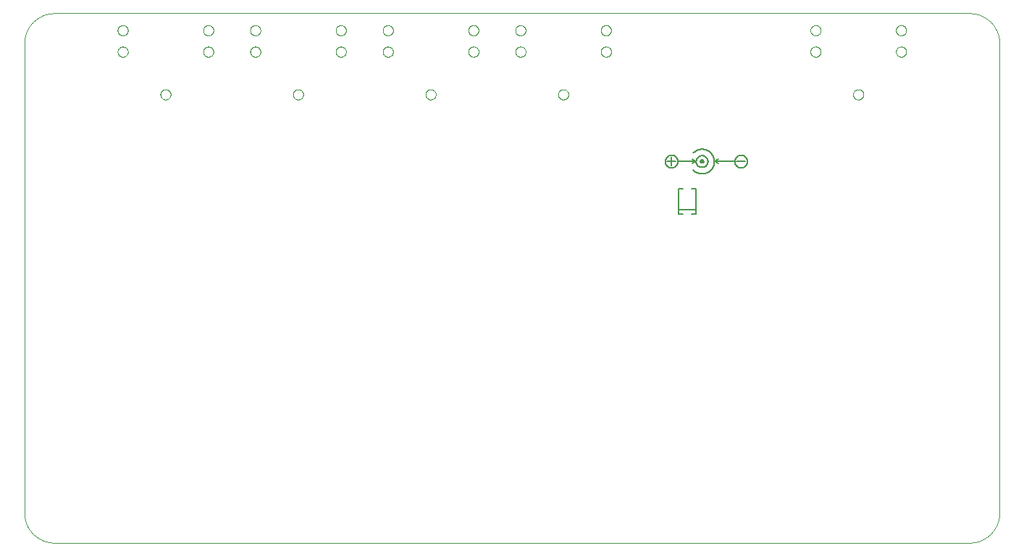
<source format=gbo>
G75*
%MOIN*%
%OFA0B0*%
%FSLAX25Y25*%
%IPPOS*%
%LPD*%
%AMOC8*
5,1,8,0,0,1.08239X$1,22.5*
%
%ADD10C,0.00000*%
%ADD11C,0.00500*%
D10*
X0024622Y0040620D02*
X0445882Y0040620D01*
X0446215Y0040624D01*
X0446548Y0040636D01*
X0446880Y0040656D01*
X0447212Y0040684D01*
X0447543Y0040720D01*
X0447873Y0040765D01*
X0448202Y0040817D01*
X0448530Y0040877D01*
X0448856Y0040945D01*
X0449180Y0041020D01*
X0449502Y0041104D01*
X0449822Y0041195D01*
X0450140Y0041294D01*
X0450456Y0041401D01*
X0450768Y0041515D01*
X0451078Y0041637D01*
X0451385Y0041767D01*
X0451689Y0041903D01*
X0451989Y0042047D01*
X0452286Y0042198D01*
X0452579Y0042357D01*
X0452868Y0042522D01*
X0453153Y0042694D01*
X0453434Y0042873D01*
X0453710Y0043059D01*
X0453982Y0043252D01*
X0454249Y0043451D01*
X0454511Y0043656D01*
X0454768Y0043868D01*
X0455020Y0044086D01*
X0455266Y0044309D01*
X0455507Y0044539D01*
X0455743Y0044775D01*
X0455973Y0045016D01*
X0456196Y0045262D01*
X0456414Y0045514D01*
X0456626Y0045771D01*
X0456831Y0046033D01*
X0457030Y0046300D01*
X0457223Y0046572D01*
X0457409Y0046848D01*
X0457588Y0047129D01*
X0457760Y0047414D01*
X0457925Y0047703D01*
X0458084Y0047996D01*
X0458235Y0048293D01*
X0458379Y0048593D01*
X0458515Y0048897D01*
X0458645Y0049204D01*
X0458767Y0049514D01*
X0458881Y0049826D01*
X0458988Y0050142D01*
X0459087Y0050460D01*
X0459178Y0050780D01*
X0459262Y0051102D01*
X0459337Y0051426D01*
X0459405Y0051752D01*
X0459465Y0052080D01*
X0459517Y0052409D01*
X0459562Y0052739D01*
X0459598Y0053070D01*
X0459626Y0053402D01*
X0459646Y0053734D01*
X0459658Y0054067D01*
X0459662Y0054400D01*
X0459661Y0054400D02*
X0459661Y0270935D01*
X0459662Y0270935D02*
X0459658Y0271268D01*
X0459646Y0271601D01*
X0459626Y0271933D01*
X0459598Y0272265D01*
X0459562Y0272596D01*
X0459517Y0272926D01*
X0459465Y0273255D01*
X0459405Y0273583D01*
X0459337Y0273909D01*
X0459262Y0274233D01*
X0459178Y0274555D01*
X0459087Y0274875D01*
X0458988Y0275193D01*
X0458881Y0275509D01*
X0458767Y0275821D01*
X0458645Y0276131D01*
X0458515Y0276438D01*
X0458379Y0276742D01*
X0458235Y0277042D01*
X0458084Y0277339D01*
X0457925Y0277632D01*
X0457760Y0277921D01*
X0457588Y0278206D01*
X0457409Y0278487D01*
X0457223Y0278763D01*
X0457030Y0279035D01*
X0456831Y0279302D01*
X0456626Y0279564D01*
X0456414Y0279821D01*
X0456196Y0280073D01*
X0455973Y0280319D01*
X0455743Y0280560D01*
X0455507Y0280796D01*
X0455266Y0281026D01*
X0455020Y0281249D01*
X0454768Y0281467D01*
X0454511Y0281679D01*
X0454249Y0281884D01*
X0453982Y0282083D01*
X0453710Y0282276D01*
X0453434Y0282462D01*
X0453153Y0282641D01*
X0452868Y0282813D01*
X0452579Y0282978D01*
X0452286Y0283137D01*
X0451989Y0283288D01*
X0451689Y0283432D01*
X0451385Y0283568D01*
X0451078Y0283698D01*
X0450768Y0283820D01*
X0450456Y0283934D01*
X0450140Y0284041D01*
X0449822Y0284140D01*
X0449502Y0284231D01*
X0449180Y0284315D01*
X0448856Y0284390D01*
X0448530Y0284458D01*
X0448202Y0284518D01*
X0447873Y0284570D01*
X0447543Y0284615D01*
X0447212Y0284651D01*
X0446880Y0284679D01*
X0446548Y0284699D01*
X0446215Y0284711D01*
X0445882Y0284715D01*
X0024622Y0284715D01*
X0024289Y0284711D01*
X0023956Y0284699D01*
X0023624Y0284679D01*
X0023292Y0284651D01*
X0022961Y0284615D01*
X0022631Y0284570D01*
X0022302Y0284518D01*
X0021974Y0284458D01*
X0021648Y0284390D01*
X0021324Y0284315D01*
X0021002Y0284231D01*
X0020682Y0284140D01*
X0020364Y0284041D01*
X0020048Y0283934D01*
X0019736Y0283820D01*
X0019426Y0283698D01*
X0019119Y0283568D01*
X0018815Y0283432D01*
X0018515Y0283288D01*
X0018218Y0283137D01*
X0017925Y0282978D01*
X0017636Y0282813D01*
X0017351Y0282641D01*
X0017070Y0282462D01*
X0016794Y0282276D01*
X0016522Y0282083D01*
X0016255Y0281884D01*
X0015993Y0281679D01*
X0015736Y0281467D01*
X0015484Y0281249D01*
X0015238Y0281026D01*
X0014997Y0280796D01*
X0014761Y0280560D01*
X0014531Y0280319D01*
X0014308Y0280073D01*
X0014090Y0279821D01*
X0013878Y0279564D01*
X0013673Y0279302D01*
X0013474Y0279035D01*
X0013281Y0278763D01*
X0013095Y0278487D01*
X0012916Y0278206D01*
X0012744Y0277921D01*
X0012579Y0277632D01*
X0012420Y0277339D01*
X0012269Y0277042D01*
X0012125Y0276742D01*
X0011989Y0276438D01*
X0011859Y0276131D01*
X0011737Y0275821D01*
X0011623Y0275509D01*
X0011516Y0275193D01*
X0011417Y0274875D01*
X0011326Y0274555D01*
X0011242Y0274233D01*
X0011167Y0273909D01*
X0011099Y0273583D01*
X0011039Y0273255D01*
X0010987Y0272926D01*
X0010942Y0272596D01*
X0010906Y0272265D01*
X0010878Y0271933D01*
X0010858Y0271601D01*
X0010846Y0271268D01*
X0010842Y0270935D01*
X0010843Y0270935D02*
X0010843Y0054400D01*
X0010842Y0054400D02*
X0010846Y0054067D01*
X0010858Y0053734D01*
X0010878Y0053402D01*
X0010906Y0053070D01*
X0010942Y0052739D01*
X0010987Y0052409D01*
X0011039Y0052080D01*
X0011099Y0051752D01*
X0011167Y0051426D01*
X0011242Y0051102D01*
X0011326Y0050780D01*
X0011417Y0050460D01*
X0011516Y0050142D01*
X0011623Y0049826D01*
X0011737Y0049514D01*
X0011859Y0049204D01*
X0011989Y0048897D01*
X0012125Y0048593D01*
X0012269Y0048293D01*
X0012420Y0047996D01*
X0012579Y0047703D01*
X0012744Y0047414D01*
X0012916Y0047129D01*
X0013095Y0046848D01*
X0013281Y0046572D01*
X0013474Y0046300D01*
X0013673Y0046033D01*
X0013878Y0045771D01*
X0014090Y0045514D01*
X0014308Y0045262D01*
X0014531Y0045016D01*
X0014761Y0044775D01*
X0014997Y0044539D01*
X0015238Y0044309D01*
X0015484Y0044086D01*
X0015736Y0043868D01*
X0015993Y0043656D01*
X0016255Y0043451D01*
X0016522Y0043252D01*
X0016794Y0043059D01*
X0017070Y0042873D01*
X0017351Y0042694D01*
X0017636Y0042522D01*
X0017925Y0042357D01*
X0018218Y0042198D01*
X0018515Y0042047D01*
X0018815Y0041903D01*
X0019119Y0041767D01*
X0019426Y0041637D01*
X0019736Y0041515D01*
X0020048Y0041401D01*
X0020364Y0041294D01*
X0020682Y0041195D01*
X0021002Y0041104D01*
X0021324Y0041020D01*
X0021648Y0040945D01*
X0021974Y0040877D01*
X0022302Y0040817D01*
X0022631Y0040765D01*
X0022961Y0040720D01*
X0023292Y0040684D01*
X0023624Y0040656D01*
X0023956Y0040636D01*
X0024289Y0040624D01*
X0024622Y0040620D01*
X0073441Y0247313D02*
X0073443Y0247410D01*
X0073449Y0247507D01*
X0073459Y0247603D01*
X0073473Y0247699D01*
X0073491Y0247795D01*
X0073512Y0247889D01*
X0073538Y0247983D01*
X0073567Y0248075D01*
X0073601Y0248166D01*
X0073637Y0248256D01*
X0073678Y0248344D01*
X0073722Y0248430D01*
X0073770Y0248515D01*
X0073821Y0248597D01*
X0073875Y0248678D01*
X0073933Y0248756D01*
X0073994Y0248831D01*
X0074057Y0248904D01*
X0074124Y0248975D01*
X0074194Y0249042D01*
X0074266Y0249107D01*
X0074341Y0249168D01*
X0074419Y0249227D01*
X0074498Y0249282D01*
X0074580Y0249334D01*
X0074664Y0249382D01*
X0074750Y0249427D01*
X0074838Y0249469D01*
X0074927Y0249507D01*
X0075018Y0249541D01*
X0075110Y0249571D01*
X0075203Y0249598D01*
X0075298Y0249620D01*
X0075393Y0249639D01*
X0075489Y0249654D01*
X0075585Y0249665D01*
X0075682Y0249672D01*
X0075779Y0249675D01*
X0075876Y0249674D01*
X0075973Y0249669D01*
X0076069Y0249660D01*
X0076165Y0249647D01*
X0076261Y0249630D01*
X0076356Y0249609D01*
X0076449Y0249585D01*
X0076542Y0249556D01*
X0076634Y0249524D01*
X0076724Y0249488D01*
X0076812Y0249449D01*
X0076899Y0249405D01*
X0076984Y0249359D01*
X0077067Y0249308D01*
X0077148Y0249255D01*
X0077226Y0249198D01*
X0077303Y0249138D01*
X0077376Y0249075D01*
X0077447Y0249009D01*
X0077515Y0248940D01*
X0077581Y0248868D01*
X0077643Y0248794D01*
X0077702Y0248717D01*
X0077758Y0248638D01*
X0077811Y0248556D01*
X0077861Y0248473D01*
X0077906Y0248387D01*
X0077949Y0248300D01*
X0077988Y0248211D01*
X0078023Y0248121D01*
X0078054Y0248029D01*
X0078081Y0247936D01*
X0078105Y0247842D01*
X0078125Y0247747D01*
X0078141Y0247651D01*
X0078153Y0247555D01*
X0078161Y0247458D01*
X0078165Y0247361D01*
X0078165Y0247265D01*
X0078161Y0247168D01*
X0078153Y0247071D01*
X0078141Y0246975D01*
X0078125Y0246879D01*
X0078105Y0246784D01*
X0078081Y0246690D01*
X0078054Y0246597D01*
X0078023Y0246505D01*
X0077988Y0246415D01*
X0077949Y0246326D01*
X0077906Y0246239D01*
X0077861Y0246153D01*
X0077811Y0246070D01*
X0077758Y0245988D01*
X0077702Y0245909D01*
X0077643Y0245832D01*
X0077581Y0245758D01*
X0077515Y0245686D01*
X0077447Y0245617D01*
X0077376Y0245551D01*
X0077303Y0245488D01*
X0077226Y0245428D01*
X0077148Y0245371D01*
X0077067Y0245318D01*
X0076984Y0245267D01*
X0076899Y0245221D01*
X0076812Y0245177D01*
X0076724Y0245138D01*
X0076634Y0245102D01*
X0076542Y0245070D01*
X0076449Y0245041D01*
X0076356Y0245017D01*
X0076261Y0244996D01*
X0076165Y0244979D01*
X0076069Y0244966D01*
X0075973Y0244957D01*
X0075876Y0244952D01*
X0075779Y0244951D01*
X0075682Y0244954D01*
X0075585Y0244961D01*
X0075489Y0244972D01*
X0075393Y0244987D01*
X0075298Y0245006D01*
X0075203Y0245028D01*
X0075110Y0245055D01*
X0075018Y0245085D01*
X0074927Y0245119D01*
X0074838Y0245157D01*
X0074750Y0245199D01*
X0074664Y0245244D01*
X0074580Y0245292D01*
X0074498Y0245344D01*
X0074419Y0245399D01*
X0074341Y0245458D01*
X0074266Y0245519D01*
X0074194Y0245584D01*
X0074124Y0245651D01*
X0074057Y0245722D01*
X0073994Y0245795D01*
X0073933Y0245870D01*
X0073875Y0245948D01*
X0073821Y0246029D01*
X0073770Y0246111D01*
X0073722Y0246196D01*
X0073678Y0246282D01*
X0073637Y0246370D01*
X0073601Y0246460D01*
X0073567Y0246551D01*
X0073538Y0246643D01*
X0073512Y0246737D01*
X0073491Y0246831D01*
X0073473Y0246927D01*
X0073459Y0247023D01*
X0073449Y0247119D01*
X0073443Y0247216D01*
X0073441Y0247313D01*
X0053756Y0266998D02*
X0053758Y0267095D01*
X0053764Y0267192D01*
X0053774Y0267288D01*
X0053788Y0267384D01*
X0053806Y0267480D01*
X0053827Y0267574D01*
X0053853Y0267668D01*
X0053882Y0267760D01*
X0053916Y0267851D01*
X0053952Y0267941D01*
X0053993Y0268029D01*
X0054037Y0268115D01*
X0054085Y0268200D01*
X0054136Y0268282D01*
X0054190Y0268363D01*
X0054248Y0268441D01*
X0054309Y0268516D01*
X0054372Y0268589D01*
X0054439Y0268660D01*
X0054509Y0268727D01*
X0054581Y0268792D01*
X0054656Y0268853D01*
X0054734Y0268912D01*
X0054813Y0268967D01*
X0054895Y0269019D01*
X0054979Y0269067D01*
X0055065Y0269112D01*
X0055153Y0269154D01*
X0055242Y0269192D01*
X0055333Y0269226D01*
X0055425Y0269256D01*
X0055518Y0269283D01*
X0055613Y0269305D01*
X0055708Y0269324D01*
X0055804Y0269339D01*
X0055900Y0269350D01*
X0055997Y0269357D01*
X0056094Y0269360D01*
X0056191Y0269359D01*
X0056288Y0269354D01*
X0056384Y0269345D01*
X0056480Y0269332D01*
X0056576Y0269315D01*
X0056671Y0269294D01*
X0056764Y0269270D01*
X0056857Y0269241D01*
X0056949Y0269209D01*
X0057039Y0269173D01*
X0057127Y0269134D01*
X0057214Y0269090D01*
X0057299Y0269044D01*
X0057382Y0268993D01*
X0057463Y0268940D01*
X0057541Y0268883D01*
X0057618Y0268823D01*
X0057691Y0268760D01*
X0057762Y0268694D01*
X0057830Y0268625D01*
X0057896Y0268553D01*
X0057958Y0268479D01*
X0058017Y0268402D01*
X0058073Y0268323D01*
X0058126Y0268241D01*
X0058176Y0268158D01*
X0058221Y0268072D01*
X0058264Y0267985D01*
X0058303Y0267896D01*
X0058338Y0267806D01*
X0058369Y0267714D01*
X0058396Y0267621D01*
X0058420Y0267527D01*
X0058440Y0267432D01*
X0058456Y0267336D01*
X0058468Y0267240D01*
X0058476Y0267143D01*
X0058480Y0267046D01*
X0058480Y0266950D01*
X0058476Y0266853D01*
X0058468Y0266756D01*
X0058456Y0266660D01*
X0058440Y0266564D01*
X0058420Y0266469D01*
X0058396Y0266375D01*
X0058369Y0266282D01*
X0058338Y0266190D01*
X0058303Y0266100D01*
X0058264Y0266011D01*
X0058221Y0265924D01*
X0058176Y0265838D01*
X0058126Y0265755D01*
X0058073Y0265673D01*
X0058017Y0265594D01*
X0057958Y0265517D01*
X0057896Y0265443D01*
X0057830Y0265371D01*
X0057762Y0265302D01*
X0057691Y0265236D01*
X0057618Y0265173D01*
X0057541Y0265113D01*
X0057463Y0265056D01*
X0057382Y0265003D01*
X0057299Y0264952D01*
X0057214Y0264906D01*
X0057127Y0264862D01*
X0057039Y0264823D01*
X0056949Y0264787D01*
X0056857Y0264755D01*
X0056764Y0264726D01*
X0056671Y0264702D01*
X0056576Y0264681D01*
X0056480Y0264664D01*
X0056384Y0264651D01*
X0056288Y0264642D01*
X0056191Y0264637D01*
X0056094Y0264636D01*
X0055997Y0264639D01*
X0055900Y0264646D01*
X0055804Y0264657D01*
X0055708Y0264672D01*
X0055613Y0264691D01*
X0055518Y0264713D01*
X0055425Y0264740D01*
X0055333Y0264770D01*
X0055242Y0264804D01*
X0055153Y0264842D01*
X0055065Y0264884D01*
X0054979Y0264929D01*
X0054895Y0264977D01*
X0054813Y0265029D01*
X0054734Y0265084D01*
X0054656Y0265143D01*
X0054581Y0265204D01*
X0054509Y0265269D01*
X0054439Y0265336D01*
X0054372Y0265407D01*
X0054309Y0265480D01*
X0054248Y0265555D01*
X0054190Y0265633D01*
X0054136Y0265714D01*
X0054085Y0265796D01*
X0054037Y0265881D01*
X0053993Y0265967D01*
X0053952Y0266055D01*
X0053916Y0266145D01*
X0053882Y0266236D01*
X0053853Y0266328D01*
X0053827Y0266422D01*
X0053806Y0266516D01*
X0053788Y0266612D01*
X0053774Y0266708D01*
X0053764Y0266804D01*
X0053758Y0266901D01*
X0053756Y0266998D01*
X0053756Y0276841D02*
X0053758Y0276938D01*
X0053764Y0277035D01*
X0053774Y0277131D01*
X0053788Y0277227D01*
X0053806Y0277323D01*
X0053827Y0277417D01*
X0053853Y0277511D01*
X0053882Y0277603D01*
X0053916Y0277694D01*
X0053952Y0277784D01*
X0053993Y0277872D01*
X0054037Y0277958D01*
X0054085Y0278043D01*
X0054136Y0278125D01*
X0054190Y0278206D01*
X0054248Y0278284D01*
X0054309Y0278359D01*
X0054372Y0278432D01*
X0054439Y0278503D01*
X0054509Y0278570D01*
X0054581Y0278635D01*
X0054656Y0278696D01*
X0054734Y0278755D01*
X0054813Y0278810D01*
X0054895Y0278862D01*
X0054979Y0278910D01*
X0055065Y0278955D01*
X0055153Y0278997D01*
X0055242Y0279035D01*
X0055333Y0279069D01*
X0055425Y0279099D01*
X0055518Y0279126D01*
X0055613Y0279148D01*
X0055708Y0279167D01*
X0055804Y0279182D01*
X0055900Y0279193D01*
X0055997Y0279200D01*
X0056094Y0279203D01*
X0056191Y0279202D01*
X0056288Y0279197D01*
X0056384Y0279188D01*
X0056480Y0279175D01*
X0056576Y0279158D01*
X0056671Y0279137D01*
X0056764Y0279113D01*
X0056857Y0279084D01*
X0056949Y0279052D01*
X0057039Y0279016D01*
X0057127Y0278977D01*
X0057214Y0278933D01*
X0057299Y0278887D01*
X0057382Y0278836D01*
X0057463Y0278783D01*
X0057541Y0278726D01*
X0057618Y0278666D01*
X0057691Y0278603D01*
X0057762Y0278537D01*
X0057830Y0278468D01*
X0057896Y0278396D01*
X0057958Y0278322D01*
X0058017Y0278245D01*
X0058073Y0278166D01*
X0058126Y0278084D01*
X0058176Y0278001D01*
X0058221Y0277915D01*
X0058264Y0277828D01*
X0058303Y0277739D01*
X0058338Y0277649D01*
X0058369Y0277557D01*
X0058396Y0277464D01*
X0058420Y0277370D01*
X0058440Y0277275D01*
X0058456Y0277179D01*
X0058468Y0277083D01*
X0058476Y0276986D01*
X0058480Y0276889D01*
X0058480Y0276793D01*
X0058476Y0276696D01*
X0058468Y0276599D01*
X0058456Y0276503D01*
X0058440Y0276407D01*
X0058420Y0276312D01*
X0058396Y0276218D01*
X0058369Y0276125D01*
X0058338Y0276033D01*
X0058303Y0275943D01*
X0058264Y0275854D01*
X0058221Y0275767D01*
X0058176Y0275681D01*
X0058126Y0275598D01*
X0058073Y0275516D01*
X0058017Y0275437D01*
X0057958Y0275360D01*
X0057896Y0275286D01*
X0057830Y0275214D01*
X0057762Y0275145D01*
X0057691Y0275079D01*
X0057618Y0275016D01*
X0057541Y0274956D01*
X0057463Y0274899D01*
X0057382Y0274846D01*
X0057299Y0274795D01*
X0057214Y0274749D01*
X0057127Y0274705D01*
X0057039Y0274666D01*
X0056949Y0274630D01*
X0056857Y0274598D01*
X0056764Y0274569D01*
X0056671Y0274545D01*
X0056576Y0274524D01*
X0056480Y0274507D01*
X0056384Y0274494D01*
X0056288Y0274485D01*
X0056191Y0274480D01*
X0056094Y0274479D01*
X0055997Y0274482D01*
X0055900Y0274489D01*
X0055804Y0274500D01*
X0055708Y0274515D01*
X0055613Y0274534D01*
X0055518Y0274556D01*
X0055425Y0274583D01*
X0055333Y0274613D01*
X0055242Y0274647D01*
X0055153Y0274685D01*
X0055065Y0274727D01*
X0054979Y0274772D01*
X0054895Y0274820D01*
X0054813Y0274872D01*
X0054734Y0274927D01*
X0054656Y0274986D01*
X0054581Y0275047D01*
X0054509Y0275112D01*
X0054439Y0275179D01*
X0054372Y0275250D01*
X0054309Y0275323D01*
X0054248Y0275398D01*
X0054190Y0275476D01*
X0054136Y0275557D01*
X0054085Y0275639D01*
X0054037Y0275724D01*
X0053993Y0275810D01*
X0053952Y0275898D01*
X0053916Y0275988D01*
X0053882Y0276079D01*
X0053853Y0276171D01*
X0053827Y0276265D01*
X0053806Y0276359D01*
X0053788Y0276455D01*
X0053774Y0276551D01*
X0053764Y0276647D01*
X0053758Y0276744D01*
X0053756Y0276841D01*
X0093126Y0276841D02*
X0093128Y0276938D01*
X0093134Y0277035D01*
X0093144Y0277131D01*
X0093158Y0277227D01*
X0093176Y0277323D01*
X0093197Y0277417D01*
X0093223Y0277511D01*
X0093252Y0277603D01*
X0093286Y0277694D01*
X0093322Y0277784D01*
X0093363Y0277872D01*
X0093407Y0277958D01*
X0093455Y0278043D01*
X0093506Y0278125D01*
X0093560Y0278206D01*
X0093618Y0278284D01*
X0093679Y0278359D01*
X0093742Y0278432D01*
X0093809Y0278503D01*
X0093879Y0278570D01*
X0093951Y0278635D01*
X0094026Y0278696D01*
X0094104Y0278755D01*
X0094183Y0278810D01*
X0094265Y0278862D01*
X0094349Y0278910D01*
X0094435Y0278955D01*
X0094523Y0278997D01*
X0094612Y0279035D01*
X0094703Y0279069D01*
X0094795Y0279099D01*
X0094888Y0279126D01*
X0094983Y0279148D01*
X0095078Y0279167D01*
X0095174Y0279182D01*
X0095270Y0279193D01*
X0095367Y0279200D01*
X0095464Y0279203D01*
X0095561Y0279202D01*
X0095658Y0279197D01*
X0095754Y0279188D01*
X0095850Y0279175D01*
X0095946Y0279158D01*
X0096041Y0279137D01*
X0096134Y0279113D01*
X0096227Y0279084D01*
X0096319Y0279052D01*
X0096409Y0279016D01*
X0096497Y0278977D01*
X0096584Y0278933D01*
X0096669Y0278887D01*
X0096752Y0278836D01*
X0096833Y0278783D01*
X0096911Y0278726D01*
X0096988Y0278666D01*
X0097061Y0278603D01*
X0097132Y0278537D01*
X0097200Y0278468D01*
X0097266Y0278396D01*
X0097328Y0278322D01*
X0097387Y0278245D01*
X0097443Y0278166D01*
X0097496Y0278084D01*
X0097546Y0278001D01*
X0097591Y0277915D01*
X0097634Y0277828D01*
X0097673Y0277739D01*
X0097708Y0277649D01*
X0097739Y0277557D01*
X0097766Y0277464D01*
X0097790Y0277370D01*
X0097810Y0277275D01*
X0097826Y0277179D01*
X0097838Y0277083D01*
X0097846Y0276986D01*
X0097850Y0276889D01*
X0097850Y0276793D01*
X0097846Y0276696D01*
X0097838Y0276599D01*
X0097826Y0276503D01*
X0097810Y0276407D01*
X0097790Y0276312D01*
X0097766Y0276218D01*
X0097739Y0276125D01*
X0097708Y0276033D01*
X0097673Y0275943D01*
X0097634Y0275854D01*
X0097591Y0275767D01*
X0097546Y0275681D01*
X0097496Y0275598D01*
X0097443Y0275516D01*
X0097387Y0275437D01*
X0097328Y0275360D01*
X0097266Y0275286D01*
X0097200Y0275214D01*
X0097132Y0275145D01*
X0097061Y0275079D01*
X0096988Y0275016D01*
X0096911Y0274956D01*
X0096833Y0274899D01*
X0096752Y0274846D01*
X0096669Y0274795D01*
X0096584Y0274749D01*
X0096497Y0274705D01*
X0096409Y0274666D01*
X0096319Y0274630D01*
X0096227Y0274598D01*
X0096134Y0274569D01*
X0096041Y0274545D01*
X0095946Y0274524D01*
X0095850Y0274507D01*
X0095754Y0274494D01*
X0095658Y0274485D01*
X0095561Y0274480D01*
X0095464Y0274479D01*
X0095367Y0274482D01*
X0095270Y0274489D01*
X0095174Y0274500D01*
X0095078Y0274515D01*
X0094983Y0274534D01*
X0094888Y0274556D01*
X0094795Y0274583D01*
X0094703Y0274613D01*
X0094612Y0274647D01*
X0094523Y0274685D01*
X0094435Y0274727D01*
X0094349Y0274772D01*
X0094265Y0274820D01*
X0094183Y0274872D01*
X0094104Y0274927D01*
X0094026Y0274986D01*
X0093951Y0275047D01*
X0093879Y0275112D01*
X0093809Y0275179D01*
X0093742Y0275250D01*
X0093679Y0275323D01*
X0093618Y0275398D01*
X0093560Y0275476D01*
X0093506Y0275557D01*
X0093455Y0275639D01*
X0093407Y0275724D01*
X0093363Y0275810D01*
X0093322Y0275898D01*
X0093286Y0275988D01*
X0093252Y0276079D01*
X0093223Y0276171D01*
X0093197Y0276265D01*
X0093176Y0276359D01*
X0093158Y0276455D01*
X0093144Y0276551D01*
X0093134Y0276647D01*
X0093128Y0276744D01*
X0093126Y0276841D01*
X0093126Y0266998D02*
X0093128Y0267095D01*
X0093134Y0267192D01*
X0093144Y0267288D01*
X0093158Y0267384D01*
X0093176Y0267480D01*
X0093197Y0267574D01*
X0093223Y0267668D01*
X0093252Y0267760D01*
X0093286Y0267851D01*
X0093322Y0267941D01*
X0093363Y0268029D01*
X0093407Y0268115D01*
X0093455Y0268200D01*
X0093506Y0268282D01*
X0093560Y0268363D01*
X0093618Y0268441D01*
X0093679Y0268516D01*
X0093742Y0268589D01*
X0093809Y0268660D01*
X0093879Y0268727D01*
X0093951Y0268792D01*
X0094026Y0268853D01*
X0094104Y0268912D01*
X0094183Y0268967D01*
X0094265Y0269019D01*
X0094349Y0269067D01*
X0094435Y0269112D01*
X0094523Y0269154D01*
X0094612Y0269192D01*
X0094703Y0269226D01*
X0094795Y0269256D01*
X0094888Y0269283D01*
X0094983Y0269305D01*
X0095078Y0269324D01*
X0095174Y0269339D01*
X0095270Y0269350D01*
X0095367Y0269357D01*
X0095464Y0269360D01*
X0095561Y0269359D01*
X0095658Y0269354D01*
X0095754Y0269345D01*
X0095850Y0269332D01*
X0095946Y0269315D01*
X0096041Y0269294D01*
X0096134Y0269270D01*
X0096227Y0269241D01*
X0096319Y0269209D01*
X0096409Y0269173D01*
X0096497Y0269134D01*
X0096584Y0269090D01*
X0096669Y0269044D01*
X0096752Y0268993D01*
X0096833Y0268940D01*
X0096911Y0268883D01*
X0096988Y0268823D01*
X0097061Y0268760D01*
X0097132Y0268694D01*
X0097200Y0268625D01*
X0097266Y0268553D01*
X0097328Y0268479D01*
X0097387Y0268402D01*
X0097443Y0268323D01*
X0097496Y0268241D01*
X0097546Y0268158D01*
X0097591Y0268072D01*
X0097634Y0267985D01*
X0097673Y0267896D01*
X0097708Y0267806D01*
X0097739Y0267714D01*
X0097766Y0267621D01*
X0097790Y0267527D01*
X0097810Y0267432D01*
X0097826Y0267336D01*
X0097838Y0267240D01*
X0097846Y0267143D01*
X0097850Y0267046D01*
X0097850Y0266950D01*
X0097846Y0266853D01*
X0097838Y0266756D01*
X0097826Y0266660D01*
X0097810Y0266564D01*
X0097790Y0266469D01*
X0097766Y0266375D01*
X0097739Y0266282D01*
X0097708Y0266190D01*
X0097673Y0266100D01*
X0097634Y0266011D01*
X0097591Y0265924D01*
X0097546Y0265838D01*
X0097496Y0265755D01*
X0097443Y0265673D01*
X0097387Y0265594D01*
X0097328Y0265517D01*
X0097266Y0265443D01*
X0097200Y0265371D01*
X0097132Y0265302D01*
X0097061Y0265236D01*
X0096988Y0265173D01*
X0096911Y0265113D01*
X0096833Y0265056D01*
X0096752Y0265003D01*
X0096669Y0264952D01*
X0096584Y0264906D01*
X0096497Y0264862D01*
X0096409Y0264823D01*
X0096319Y0264787D01*
X0096227Y0264755D01*
X0096134Y0264726D01*
X0096041Y0264702D01*
X0095946Y0264681D01*
X0095850Y0264664D01*
X0095754Y0264651D01*
X0095658Y0264642D01*
X0095561Y0264637D01*
X0095464Y0264636D01*
X0095367Y0264639D01*
X0095270Y0264646D01*
X0095174Y0264657D01*
X0095078Y0264672D01*
X0094983Y0264691D01*
X0094888Y0264713D01*
X0094795Y0264740D01*
X0094703Y0264770D01*
X0094612Y0264804D01*
X0094523Y0264842D01*
X0094435Y0264884D01*
X0094349Y0264929D01*
X0094265Y0264977D01*
X0094183Y0265029D01*
X0094104Y0265084D01*
X0094026Y0265143D01*
X0093951Y0265204D01*
X0093879Y0265269D01*
X0093809Y0265336D01*
X0093742Y0265407D01*
X0093679Y0265480D01*
X0093618Y0265555D01*
X0093560Y0265633D01*
X0093506Y0265714D01*
X0093455Y0265796D01*
X0093407Y0265881D01*
X0093363Y0265967D01*
X0093322Y0266055D01*
X0093286Y0266145D01*
X0093252Y0266236D01*
X0093223Y0266328D01*
X0093197Y0266422D01*
X0093176Y0266516D01*
X0093158Y0266612D01*
X0093144Y0266708D01*
X0093134Y0266804D01*
X0093128Y0266901D01*
X0093126Y0266998D01*
X0114780Y0266998D02*
X0114782Y0267095D01*
X0114788Y0267192D01*
X0114798Y0267288D01*
X0114812Y0267384D01*
X0114830Y0267480D01*
X0114851Y0267574D01*
X0114877Y0267668D01*
X0114906Y0267760D01*
X0114940Y0267851D01*
X0114976Y0267941D01*
X0115017Y0268029D01*
X0115061Y0268115D01*
X0115109Y0268200D01*
X0115160Y0268282D01*
X0115214Y0268363D01*
X0115272Y0268441D01*
X0115333Y0268516D01*
X0115396Y0268589D01*
X0115463Y0268660D01*
X0115533Y0268727D01*
X0115605Y0268792D01*
X0115680Y0268853D01*
X0115758Y0268912D01*
X0115837Y0268967D01*
X0115919Y0269019D01*
X0116003Y0269067D01*
X0116089Y0269112D01*
X0116177Y0269154D01*
X0116266Y0269192D01*
X0116357Y0269226D01*
X0116449Y0269256D01*
X0116542Y0269283D01*
X0116637Y0269305D01*
X0116732Y0269324D01*
X0116828Y0269339D01*
X0116924Y0269350D01*
X0117021Y0269357D01*
X0117118Y0269360D01*
X0117215Y0269359D01*
X0117312Y0269354D01*
X0117408Y0269345D01*
X0117504Y0269332D01*
X0117600Y0269315D01*
X0117695Y0269294D01*
X0117788Y0269270D01*
X0117881Y0269241D01*
X0117973Y0269209D01*
X0118063Y0269173D01*
X0118151Y0269134D01*
X0118238Y0269090D01*
X0118323Y0269044D01*
X0118406Y0268993D01*
X0118487Y0268940D01*
X0118565Y0268883D01*
X0118642Y0268823D01*
X0118715Y0268760D01*
X0118786Y0268694D01*
X0118854Y0268625D01*
X0118920Y0268553D01*
X0118982Y0268479D01*
X0119041Y0268402D01*
X0119097Y0268323D01*
X0119150Y0268241D01*
X0119200Y0268158D01*
X0119245Y0268072D01*
X0119288Y0267985D01*
X0119327Y0267896D01*
X0119362Y0267806D01*
X0119393Y0267714D01*
X0119420Y0267621D01*
X0119444Y0267527D01*
X0119464Y0267432D01*
X0119480Y0267336D01*
X0119492Y0267240D01*
X0119500Y0267143D01*
X0119504Y0267046D01*
X0119504Y0266950D01*
X0119500Y0266853D01*
X0119492Y0266756D01*
X0119480Y0266660D01*
X0119464Y0266564D01*
X0119444Y0266469D01*
X0119420Y0266375D01*
X0119393Y0266282D01*
X0119362Y0266190D01*
X0119327Y0266100D01*
X0119288Y0266011D01*
X0119245Y0265924D01*
X0119200Y0265838D01*
X0119150Y0265755D01*
X0119097Y0265673D01*
X0119041Y0265594D01*
X0118982Y0265517D01*
X0118920Y0265443D01*
X0118854Y0265371D01*
X0118786Y0265302D01*
X0118715Y0265236D01*
X0118642Y0265173D01*
X0118565Y0265113D01*
X0118487Y0265056D01*
X0118406Y0265003D01*
X0118323Y0264952D01*
X0118238Y0264906D01*
X0118151Y0264862D01*
X0118063Y0264823D01*
X0117973Y0264787D01*
X0117881Y0264755D01*
X0117788Y0264726D01*
X0117695Y0264702D01*
X0117600Y0264681D01*
X0117504Y0264664D01*
X0117408Y0264651D01*
X0117312Y0264642D01*
X0117215Y0264637D01*
X0117118Y0264636D01*
X0117021Y0264639D01*
X0116924Y0264646D01*
X0116828Y0264657D01*
X0116732Y0264672D01*
X0116637Y0264691D01*
X0116542Y0264713D01*
X0116449Y0264740D01*
X0116357Y0264770D01*
X0116266Y0264804D01*
X0116177Y0264842D01*
X0116089Y0264884D01*
X0116003Y0264929D01*
X0115919Y0264977D01*
X0115837Y0265029D01*
X0115758Y0265084D01*
X0115680Y0265143D01*
X0115605Y0265204D01*
X0115533Y0265269D01*
X0115463Y0265336D01*
X0115396Y0265407D01*
X0115333Y0265480D01*
X0115272Y0265555D01*
X0115214Y0265633D01*
X0115160Y0265714D01*
X0115109Y0265796D01*
X0115061Y0265881D01*
X0115017Y0265967D01*
X0114976Y0266055D01*
X0114940Y0266145D01*
X0114906Y0266236D01*
X0114877Y0266328D01*
X0114851Y0266422D01*
X0114830Y0266516D01*
X0114812Y0266612D01*
X0114798Y0266708D01*
X0114788Y0266804D01*
X0114782Y0266901D01*
X0114780Y0266998D01*
X0114780Y0276841D02*
X0114782Y0276938D01*
X0114788Y0277035D01*
X0114798Y0277131D01*
X0114812Y0277227D01*
X0114830Y0277323D01*
X0114851Y0277417D01*
X0114877Y0277511D01*
X0114906Y0277603D01*
X0114940Y0277694D01*
X0114976Y0277784D01*
X0115017Y0277872D01*
X0115061Y0277958D01*
X0115109Y0278043D01*
X0115160Y0278125D01*
X0115214Y0278206D01*
X0115272Y0278284D01*
X0115333Y0278359D01*
X0115396Y0278432D01*
X0115463Y0278503D01*
X0115533Y0278570D01*
X0115605Y0278635D01*
X0115680Y0278696D01*
X0115758Y0278755D01*
X0115837Y0278810D01*
X0115919Y0278862D01*
X0116003Y0278910D01*
X0116089Y0278955D01*
X0116177Y0278997D01*
X0116266Y0279035D01*
X0116357Y0279069D01*
X0116449Y0279099D01*
X0116542Y0279126D01*
X0116637Y0279148D01*
X0116732Y0279167D01*
X0116828Y0279182D01*
X0116924Y0279193D01*
X0117021Y0279200D01*
X0117118Y0279203D01*
X0117215Y0279202D01*
X0117312Y0279197D01*
X0117408Y0279188D01*
X0117504Y0279175D01*
X0117600Y0279158D01*
X0117695Y0279137D01*
X0117788Y0279113D01*
X0117881Y0279084D01*
X0117973Y0279052D01*
X0118063Y0279016D01*
X0118151Y0278977D01*
X0118238Y0278933D01*
X0118323Y0278887D01*
X0118406Y0278836D01*
X0118487Y0278783D01*
X0118565Y0278726D01*
X0118642Y0278666D01*
X0118715Y0278603D01*
X0118786Y0278537D01*
X0118854Y0278468D01*
X0118920Y0278396D01*
X0118982Y0278322D01*
X0119041Y0278245D01*
X0119097Y0278166D01*
X0119150Y0278084D01*
X0119200Y0278001D01*
X0119245Y0277915D01*
X0119288Y0277828D01*
X0119327Y0277739D01*
X0119362Y0277649D01*
X0119393Y0277557D01*
X0119420Y0277464D01*
X0119444Y0277370D01*
X0119464Y0277275D01*
X0119480Y0277179D01*
X0119492Y0277083D01*
X0119500Y0276986D01*
X0119504Y0276889D01*
X0119504Y0276793D01*
X0119500Y0276696D01*
X0119492Y0276599D01*
X0119480Y0276503D01*
X0119464Y0276407D01*
X0119444Y0276312D01*
X0119420Y0276218D01*
X0119393Y0276125D01*
X0119362Y0276033D01*
X0119327Y0275943D01*
X0119288Y0275854D01*
X0119245Y0275767D01*
X0119200Y0275681D01*
X0119150Y0275598D01*
X0119097Y0275516D01*
X0119041Y0275437D01*
X0118982Y0275360D01*
X0118920Y0275286D01*
X0118854Y0275214D01*
X0118786Y0275145D01*
X0118715Y0275079D01*
X0118642Y0275016D01*
X0118565Y0274956D01*
X0118487Y0274899D01*
X0118406Y0274846D01*
X0118323Y0274795D01*
X0118238Y0274749D01*
X0118151Y0274705D01*
X0118063Y0274666D01*
X0117973Y0274630D01*
X0117881Y0274598D01*
X0117788Y0274569D01*
X0117695Y0274545D01*
X0117600Y0274524D01*
X0117504Y0274507D01*
X0117408Y0274494D01*
X0117312Y0274485D01*
X0117215Y0274480D01*
X0117118Y0274479D01*
X0117021Y0274482D01*
X0116924Y0274489D01*
X0116828Y0274500D01*
X0116732Y0274515D01*
X0116637Y0274534D01*
X0116542Y0274556D01*
X0116449Y0274583D01*
X0116357Y0274613D01*
X0116266Y0274647D01*
X0116177Y0274685D01*
X0116089Y0274727D01*
X0116003Y0274772D01*
X0115919Y0274820D01*
X0115837Y0274872D01*
X0115758Y0274927D01*
X0115680Y0274986D01*
X0115605Y0275047D01*
X0115533Y0275112D01*
X0115463Y0275179D01*
X0115396Y0275250D01*
X0115333Y0275323D01*
X0115272Y0275398D01*
X0115214Y0275476D01*
X0115160Y0275557D01*
X0115109Y0275639D01*
X0115061Y0275724D01*
X0115017Y0275810D01*
X0114976Y0275898D01*
X0114940Y0275988D01*
X0114906Y0276079D01*
X0114877Y0276171D01*
X0114851Y0276265D01*
X0114830Y0276359D01*
X0114812Y0276455D01*
X0114798Y0276551D01*
X0114788Y0276647D01*
X0114782Y0276744D01*
X0114780Y0276841D01*
X0154150Y0276841D02*
X0154152Y0276938D01*
X0154158Y0277035D01*
X0154168Y0277131D01*
X0154182Y0277227D01*
X0154200Y0277323D01*
X0154221Y0277417D01*
X0154247Y0277511D01*
X0154276Y0277603D01*
X0154310Y0277694D01*
X0154346Y0277784D01*
X0154387Y0277872D01*
X0154431Y0277958D01*
X0154479Y0278043D01*
X0154530Y0278125D01*
X0154584Y0278206D01*
X0154642Y0278284D01*
X0154703Y0278359D01*
X0154766Y0278432D01*
X0154833Y0278503D01*
X0154903Y0278570D01*
X0154975Y0278635D01*
X0155050Y0278696D01*
X0155128Y0278755D01*
X0155207Y0278810D01*
X0155289Y0278862D01*
X0155373Y0278910D01*
X0155459Y0278955D01*
X0155547Y0278997D01*
X0155636Y0279035D01*
X0155727Y0279069D01*
X0155819Y0279099D01*
X0155912Y0279126D01*
X0156007Y0279148D01*
X0156102Y0279167D01*
X0156198Y0279182D01*
X0156294Y0279193D01*
X0156391Y0279200D01*
X0156488Y0279203D01*
X0156585Y0279202D01*
X0156682Y0279197D01*
X0156778Y0279188D01*
X0156874Y0279175D01*
X0156970Y0279158D01*
X0157065Y0279137D01*
X0157158Y0279113D01*
X0157251Y0279084D01*
X0157343Y0279052D01*
X0157433Y0279016D01*
X0157521Y0278977D01*
X0157608Y0278933D01*
X0157693Y0278887D01*
X0157776Y0278836D01*
X0157857Y0278783D01*
X0157935Y0278726D01*
X0158012Y0278666D01*
X0158085Y0278603D01*
X0158156Y0278537D01*
X0158224Y0278468D01*
X0158290Y0278396D01*
X0158352Y0278322D01*
X0158411Y0278245D01*
X0158467Y0278166D01*
X0158520Y0278084D01*
X0158570Y0278001D01*
X0158615Y0277915D01*
X0158658Y0277828D01*
X0158697Y0277739D01*
X0158732Y0277649D01*
X0158763Y0277557D01*
X0158790Y0277464D01*
X0158814Y0277370D01*
X0158834Y0277275D01*
X0158850Y0277179D01*
X0158862Y0277083D01*
X0158870Y0276986D01*
X0158874Y0276889D01*
X0158874Y0276793D01*
X0158870Y0276696D01*
X0158862Y0276599D01*
X0158850Y0276503D01*
X0158834Y0276407D01*
X0158814Y0276312D01*
X0158790Y0276218D01*
X0158763Y0276125D01*
X0158732Y0276033D01*
X0158697Y0275943D01*
X0158658Y0275854D01*
X0158615Y0275767D01*
X0158570Y0275681D01*
X0158520Y0275598D01*
X0158467Y0275516D01*
X0158411Y0275437D01*
X0158352Y0275360D01*
X0158290Y0275286D01*
X0158224Y0275214D01*
X0158156Y0275145D01*
X0158085Y0275079D01*
X0158012Y0275016D01*
X0157935Y0274956D01*
X0157857Y0274899D01*
X0157776Y0274846D01*
X0157693Y0274795D01*
X0157608Y0274749D01*
X0157521Y0274705D01*
X0157433Y0274666D01*
X0157343Y0274630D01*
X0157251Y0274598D01*
X0157158Y0274569D01*
X0157065Y0274545D01*
X0156970Y0274524D01*
X0156874Y0274507D01*
X0156778Y0274494D01*
X0156682Y0274485D01*
X0156585Y0274480D01*
X0156488Y0274479D01*
X0156391Y0274482D01*
X0156294Y0274489D01*
X0156198Y0274500D01*
X0156102Y0274515D01*
X0156007Y0274534D01*
X0155912Y0274556D01*
X0155819Y0274583D01*
X0155727Y0274613D01*
X0155636Y0274647D01*
X0155547Y0274685D01*
X0155459Y0274727D01*
X0155373Y0274772D01*
X0155289Y0274820D01*
X0155207Y0274872D01*
X0155128Y0274927D01*
X0155050Y0274986D01*
X0154975Y0275047D01*
X0154903Y0275112D01*
X0154833Y0275179D01*
X0154766Y0275250D01*
X0154703Y0275323D01*
X0154642Y0275398D01*
X0154584Y0275476D01*
X0154530Y0275557D01*
X0154479Y0275639D01*
X0154431Y0275724D01*
X0154387Y0275810D01*
X0154346Y0275898D01*
X0154310Y0275988D01*
X0154276Y0276079D01*
X0154247Y0276171D01*
X0154221Y0276265D01*
X0154200Y0276359D01*
X0154182Y0276455D01*
X0154168Y0276551D01*
X0154158Y0276647D01*
X0154152Y0276744D01*
X0154150Y0276841D01*
X0154150Y0266998D02*
X0154152Y0267095D01*
X0154158Y0267192D01*
X0154168Y0267288D01*
X0154182Y0267384D01*
X0154200Y0267480D01*
X0154221Y0267574D01*
X0154247Y0267668D01*
X0154276Y0267760D01*
X0154310Y0267851D01*
X0154346Y0267941D01*
X0154387Y0268029D01*
X0154431Y0268115D01*
X0154479Y0268200D01*
X0154530Y0268282D01*
X0154584Y0268363D01*
X0154642Y0268441D01*
X0154703Y0268516D01*
X0154766Y0268589D01*
X0154833Y0268660D01*
X0154903Y0268727D01*
X0154975Y0268792D01*
X0155050Y0268853D01*
X0155128Y0268912D01*
X0155207Y0268967D01*
X0155289Y0269019D01*
X0155373Y0269067D01*
X0155459Y0269112D01*
X0155547Y0269154D01*
X0155636Y0269192D01*
X0155727Y0269226D01*
X0155819Y0269256D01*
X0155912Y0269283D01*
X0156007Y0269305D01*
X0156102Y0269324D01*
X0156198Y0269339D01*
X0156294Y0269350D01*
X0156391Y0269357D01*
X0156488Y0269360D01*
X0156585Y0269359D01*
X0156682Y0269354D01*
X0156778Y0269345D01*
X0156874Y0269332D01*
X0156970Y0269315D01*
X0157065Y0269294D01*
X0157158Y0269270D01*
X0157251Y0269241D01*
X0157343Y0269209D01*
X0157433Y0269173D01*
X0157521Y0269134D01*
X0157608Y0269090D01*
X0157693Y0269044D01*
X0157776Y0268993D01*
X0157857Y0268940D01*
X0157935Y0268883D01*
X0158012Y0268823D01*
X0158085Y0268760D01*
X0158156Y0268694D01*
X0158224Y0268625D01*
X0158290Y0268553D01*
X0158352Y0268479D01*
X0158411Y0268402D01*
X0158467Y0268323D01*
X0158520Y0268241D01*
X0158570Y0268158D01*
X0158615Y0268072D01*
X0158658Y0267985D01*
X0158697Y0267896D01*
X0158732Y0267806D01*
X0158763Y0267714D01*
X0158790Y0267621D01*
X0158814Y0267527D01*
X0158834Y0267432D01*
X0158850Y0267336D01*
X0158862Y0267240D01*
X0158870Y0267143D01*
X0158874Y0267046D01*
X0158874Y0266950D01*
X0158870Y0266853D01*
X0158862Y0266756D01*
X0158850Y0266660D01*
X0158834Y0266564D01*
X0158814Y0266469D01*
X0158790Y0266375D01*
X0158763Y0266282D01*
X0158732Y0266190D01*
X0158697Y0266100D01*
X0158658Y0266011D01*
X0158615Y0265924D01*
X0158570Y0265838D01*
X0158520Y0265755D01*
X0158467Y0265673D01*
X0158411Y0265594D01*
X0158352Y0265517D01*
X0158290Y0265443D01*
X0158224Y0265371D01*
X0158156Y0265302D01*
X0158085Y0265236D01*
X0158012Y0265173D01*
X0157935Y0265113D01*
X0157857Y0265056D01*
X0157776Y0265003D01*
X0157693Y0264952D01*
X0157608Y0264906D01*
X0157521Y0264862D01*
X0157433Y0264823D01*
X0157343Y0264787D01*
X0157251Y0264755D01*
X0157158Y0264726D01*
X0157065Y0264702D01*
X0156970Y0264681D01*
X0156874Y0264664D01*
X0156778Y0264651D01*
X0156682Y0264642D01*
X0156585Y0264637D01*
X0156488Y0264636D01*
X0156391Y0264639D01*
X0156294Y0264646D01*
X0156198Y0264657D01*
X0156102Y0264672D01*
X0156007Y0264691D01*
X0155912Y0264713D01*
X0155819Y0264740D01*
X0155727Y0264770D01*
X0155636Y0264804D01*
X0155547Y0264842D01*
X0155459Y0264884D01*
X0155373Y0264929D01*
X0155289Y0264977D01*
X0155207Y0265029D01*
X0155128Y0265084D01*
X0155050Y0265143D01*
X0154975Y0265204D01*
X0154903Y0265269D01*
X0154833Y0265336D01*
X0154766Y0265407D01*
X0154703Y0265480D01*
X0154642Y0265555D01*
X0154584Y0265633D01*
X0154530Y0265714D01*
X0154479Y0265796D01*
X0154431Y0265881D01*
X0154387Y0265967D01*
X0154346Y0266055D01*
X0154310Y0266145D01*
X0154276Y0266236D01*
X0154247Y0266328D01*
X0154221Y0266422D01*
X0154200Y0266516D01*
X0154182Y0266612D01*
X0154168Y0266708D01*
X0154158Y0266804D01*
X0154152Y0266901D01*
X0154150Y0266998D01*
X0175803Y0266998D02*
X0175805Y0267095D01*
X0175811Y0267192D01*
X0175821Y0267288D01*
X0175835Y0267384D01*
X0175853Y0267480D01*
X0175874Y0267574D01*
X0175900Y0267668D01*
X0175929Y0267760D01*
X0175963Y0267851D01*
X0175999Y0267941D01*
X0176040Y0268029D01*
X0176084Y0268115D01*
X0176132Y0268200D01*
X0176183Y0268282D01*
X0176237Y0268363D01*
X0176295Y0268441D01*
X0176356Y0268516D01*
X0176419Y0268589D01*
X0176486Y0268660D01*
X0176556Y0268727D01*
X0176628Y0268792D01*
X0176703Y0268853D01*
X0176781Y0268912D01*
X0176860Y0268967D01*
X0176942Y0269019D01*
X0177026Y0269067D01*
X0177112Y0269112D01*
X0177200Y0269154D01*
X0177289Y0269192D01*
X0177380Y0269226D01*
X0177472Y0269256D01*
X0177565Y0269283D01*
X0177660Y0269305D01*
X0177755Y0269324D01*
X0177851Y0269339D01*
X0177947Y0269350D01*
X0178044Y0269357D01*
X0178141Y0269360D01*
X0178238Y0269359D01*
X0178335Y0269354D01*
X0178431Y0269345D01*
X0178527Y0269332D01*
X0178623Y0269315D01*
X0178718Y0269294D01*
X0178811Y0269270D01*
X0178904Y0269241D01*
X0178996Y0269209D01*
X0179086Y0269173D01*
X0179174Y0269134D01*
X0179261Y0269090D01*
X0179346Y0269044D01*
X0179429Y0268993D01*
X0179510Y0268940D01*
X0179588Y0268883D01*
X0179665Y0268823D01*
X0179738Y0268760D01*
X0179809Y0268694D01*
X0179877Y0268625D01*
X0179943Y0268553D01*
X0180005Y0268479D01*
X0180064Y0268402D01*
X0180120Y0268323D01*
X0180173Y0268241D01*
X0180223Y0268158D01*
X0180268Y0268072D01*
X0180311Y0267985D01*
X0180350Y0267896D01*
X0180385Y0267806D01*
X0180416Y0267714D01*
X0180443Y0267621D01*
X0180467Y0267527D01*
X0180487Y0267432D01*
X0180503Y0267336D01*
X0180515Y0267240D01*
X0180523Y0267143D01*
X0180527Y0267046D01*
X0180527Y0266950D01*
X0180523Y0266853D01*
X0180515Y0266756D01*
X0180503Y0266660D01*
X0180487Y0266564D01*
X0180467Y0266469D01*
X0180443Y0266375D01*
X0180416Y0266282D01*
X0180385Y0266190D01*
X0180350Y0266100D01*
X0180311Y0266011D01*
X0180268Y0265924D01*
X0180223Y0265838D01*
X0180173Y0265755D01*
X0180120Y0265673D01*
X0180064Y0265594D01*
X0180005Y0265517D01*
X0179943Y0265443D01*
X0179877Y0265371D01*
X0179809Y0265302D01*
X0179738Y0265236D01*
X0179665Y0265173D01*
X0179588Y0265113D01*
X0179510Y0265056D01*
X0179429Y0265003D01*
X0179346Y0264952D01*
X0179261Y0264906D01*
X0179174Y0264862D01*
X0179086Y0264823D01*
X0178996Y0264787D01*
X0178904Y0264755D01*
X0178811Y0264726D01*
X0178718Y0264702D01*
X0178623Y0264681D01*
X0178527Y0264664D01*
X0178431Y0264651D01*
X0178335Y0264642D01*
X0178238Y0264637D01*
X0178141Y0264636D01*
X0178044Y0264639D01*
X0177947Y0264646D01*
X0177851Y0264657D01*
X0177755Y0264672D01*
X0177660Y0264691D01*
X0177565Y0264713D01*
X0177472Y0264740D01*
X0177380Y0264770D01*
X0177289Y0264804D01*
X0177200Y0264842D01*
X0177112Y0264884D01*
X0177026Y0264929D01*
X0176942Y0264977D01*
X0176860Y0265029D01*
X0176781Y0265084D01*
X0176703Y0265143D01*
X0176628Y0265204D01*
X0176556Y0265269D01*
X0176486Y0265336D01*
X0176419Y0265407D01*
X0176356Y0265480D01*
X0176295Y0265555D01*
X0176237Y0265633D01*
X0176183Y0265714D01*
X0176132Y0265796D01*
X0176084Y0265881D01*
X0176040Y0265967D01*
X0175999Y0266055D01*
X0175963Y0266145D01*
X0175929Y0266236D01*
X0175900Y0266328D01*
X0175874Y0266422D01*
X0175853Y0266516D01*
X0175835Y0266612D01*
X0175821Y0266708D01*
X0175811Y0266804D01*
X0175805Y0266901D01*
X0175803Y0266998D01*
X0175803Y0276841D02*
X0175805Y0276938D01*
X0175811Y0277035D01*
X0175821Y0277131D01*
X0175835Y0277227D01*
X0175853Y0277323D01*
X0175874Y0277417D01*
X0175900Y0277511D01*
X0175929Y0277603D01*
X0175963Y0277694D01*
X0175999Y0277784D01*
X0176040Y0277872D01*
X0176084Y0277958D01*
X0176132Y0278043D01*
X0176183Y0278125D01*
X0176237Y0278206D01*
X0176295Y0278284D01*
X0176356Y0278359D01*
X0176419Y0278432D01*
X0176486Y0278503D01*
X0176556Y0278570D01*
X0176628Y0278635D01*
X0176703Y0278696D01*
X0176781Y0278755D01*
X0176860Y0278810D01*
X0176942Y0278862D01*
X0177026Y0278910D01*
X0177112Y0278955D01*
X0177200Y0278997D01*
X0177289Y0279035D01*
X0177380Y0279069D01*
X0177472Y0279099D01*
X0177565Y0279126D01*
X0177660Y0279148D01*
X0177755Y0279167D01*
X0177851Y0279182D01*
X0177947Y0279193D01*
X0178044Y0279200D01*
X0178141Y0279203D01*
X0178238Y0279202D01*
X0178335Y0279197D01*
X0178431Y0279188D01*
X0178527Y0279175D01*
X0178623Y0279158D01*
X0178718Y0279137D01*
X0178811Y0279113D01*
X0178904Y0279084D01*
X0178996Y0279052D01*
X0179086Y0279016D01*
X0179174Y0278977D01*
X0179261Y0278933D01*
X0179346Y0278887D01*
X0179429Y0278836D01*
X0179510Y0278783D01*
X0179588Y0278726D01*
X0179665Y0278666D01*
X0179738Y0278603D01*
X0179809Y0278537D01*
X0179877Y0278468D01*
X0179943Y0278396D01*
X0180005Y0278322D01*
X0180064Y0278245D01*
X0180120Y0278166D01*
X0180173Y0278084D01*
X0180223Y0278001D01*
X0180268Y0277915D01*
X0180311Y0277828D01*
X0180350Y0277739D01*
X0180385Y0277649D01*
X0180416Y0277557D01*
X0180443Y0277464D01*
X0180467Y0277370D01*
X0180487Y0277275D01*
X0180503Y0277179D01*
X0180515Y0277083D01*
X0180523Y0276986D01*
X0180527Y0276889D01*
X0180527Y0276793D01*
X0180523Y0276696D01*
X0180515Y0276599D01*
X0180503Y0276503D01*
X0180487Y0276407D01*
X0180467Y0276312D01*
X0180443Y0276218D01*
X0180416Y0276125D01*
X0180385Y0276033D01*
X0180350Y0275943D01*
X0180311Y0275854D01*
X0180268Y0275767D01*
X0180223Y0275681D01*
X0180173Y0275598D01*
X0180120Y0275516D01*
X0180064Y0275437D01*
X0180005Y0275360D01*
X0179943Y0275286D01*
X0179877Y0275214D01*
X0179809Y0275145D01*
X0179738Y0275079D01*
X0179665Y0275016D01*
X0179588Y0274956D01*
X0179510Y0274899D01*
X0179429Y0274846D01*
X0179346Y0274795D01*
X0179261Y0274749D01*
X0179174Y0274705D01*
X0179086Y0274666D01*
X0178996Y0274630D01*
X0178904Y0274598D01*
X0178811Y0274569D01*
X0178718Y0274545D01*
X0178623Y0274524D01*
X0178527Y0274507D01*
X0178431Y0274494D01*
X0178335Y0274485D01*
X0178238Y0274480D01*
X0178141Y0274479D01*
X0178044Y0274482D01*
X0177947Y0274489D01*
X0177851Y0274500D01*
X0177755Y0274515D01*
X0177660Y0274534D01*
X0177565Y0274556D01*
X0177472Y0274583D01*
X0177380Y0274613D01*
X0177289Y0274647D01*
X0177200Y0274685D01*
X0177112Y0274727D01*
X0177026Y0274772D01*
X0176942Y0274820D01*
X0176860Y0274872D01*
X0176781Y0274927D01*
X0176703Y0274986D01*
X0176628Y0275047D01*
X0176556Y0275112D01*
X0176486Y0275179D01*
X0176419Y0275250D01*
X0176356Y0275323D01*
X0176295Y0275398D01*
X0176237Y0275476D01*
X0176183Y0275557D01*
X0176132Y0275639D01*
X0176084Y0275724D01*
X0176040Y0275810D01*
X0175999Y0275898D01*
X0175963Y0275988D01*
X0175929Y0276079D01*
X0175900Y0276171D01*
X0175874Y0276265D01*
X0175853Y0276359D01*
X0175835Y0276455D01*
X0175821Y0276551D01*
X0175811Y0276647D01*
X0175805Y0276744D01*
X0175803Y0276841D01*
X0215173Y0276841D02*
X0215175Y0276938D01*
X0215181Y0277035D01*
X0215191Y0277131D01*
X0215205Y0277227D01*
X0215223Y0277323D01*
X0215244Y0277417D01*
X0215270Y0277511D01*
X0215299Y0277603D01*
X0215333Y0277694D01*
X0215369Y0277784D01*
X0215410Y0277872D01*
X0215454Y0277958D01*
X0215502Y0278043D01*
X0215553Y0278125D01*
X0215607Y0278206D01*
X0215665Y0278284D01*
X0215726Y0278359D01*
X0215789Y0278432D01*
X0215856Y0278503D01*
X0215926Y0278570D01*
X0215998Y0278635D01*
X0216073Y0278696D01*
X0216151Y0278755D01*
X0216230Y0278810D01*
X0216312Y0278862D01*
X0216396Y0278910D01*
X0216482Y0278955D01*
X0216570Y0278997D01*
X0216659Y0279035D01*
X0216750Y0279069D01*
X0216842Y0279099D01*
X0216935Y0279126D01*
X0217030Y0279148D01*
X0217125Y0279167D01*
X0217221Y0279182D01*
X0217317Y0279193D01*
X0217414Y0279200D01*
X0217511Y0279203D01*
X0217608Y0279202D01*
X0217705Y0279197D01*
X0217801Y0279188D01*
X0217897Y0279175D01*
X0217993Y0279158D01*
X0218088Y0279137D01*
X0218181Y0279113D01*
X0218274Y0279084D01*
X0218366Y0279052D01*
X0218456Y0279016D01*
X0218544Y0278977D01*
X0218631Y0278933D01*
X0218716Y0278887D01*
X0218799Y0278836D01*
X0218880Y0278783D01*
X0218958Y0278726D01*
X0219035Y0278666D01*
X0219108Y0278603D01*
X0219179Y0278537D01*
X0219247Y0278468D01*
X0219313Y0278396D01*
X0219375Y0278322D01*
X0219434Y0278245D01*
X0219490Y0278166D01*
X0219543Y0278084D01*
X0219593Y0278001D01*
X0219638Y0277915D01*
X0219681Y0277828D01*
X0219720Y0277739D01*
X0219755Y0277649D01*
X0219786Y0277557D01*
X0219813Y0277464D01*
X0219837Y0277370D01*
X0219857Y0277275D01*
X0219873Y0277179D01*
X0219885Y0277083D01*
X0219893Y0276986D01*
X0219897Y0276889D01*
X0219897Y0276793D01*
X0219893Y0276696D01*
X0219885Y0276599D01*
X0219873Y0276503D01*
X0219857Y0276407D01*
X0219837Y0276312D01*
X0219813Y0276218D01*
X0219786Y0276125D01*
X0219755Y0276033D01*
X0219720Y0275943D01*
X0219681Y0275854D01*
X0219638Y0275767D01*
X0219593Y0275681D01*
X0219543Y0275598D01*
X0219490Y0275516D01*
X0219434Y0275437D01*
X0219375Y0275360D01*
X0219313Y0275286D01*
X0219247Y0275214D01*
X0219179Y0275145D01*
X0219108Y0275079D01*
X0219035Y0275016D01*
X0218958Y0274956D01*
X0218880Y0274899D01*
X0218799Y0274846D01*
X0218716Y0274795D01*
X0218631Y0274749D01*
X0218544Y0274705D01*
X0218456Y0274666D01*
X0218366Y0274630D01*
X0218274Y0274598D01*
X0218181Y0274569D01*
X0218088Y0274545D01*
X0217993Y0274524D01*
X0217897Y0274507D01*
X0217801Y0274494D01*
X0217705Y0274485D01*
X0217608Y0274480D01*
X0217511Y0274479D01*
X0217414Y0274482D01*
X0217317Y0274489D01*
X0217221Y0274500D01*
X0217125Y0274515D01*
X0217030Y0274534D01*
X0216935Y0274556D01*
X0216842Y0274583D01*
X0216750Y0274613D01*
X0216659Y0274647D01*
X0216570Y0274685D01*
X0216482Y0274727D01*
X0216396Y0274772D01*
X0216312Y0274820D01*
X0216230Y0274872D01*
X0216151Y0274927D01*
X0216073Y0274986D01*
X0215998Y0275047D01*
X0215926Y0275112D01*
X0215856Y0275179D01*
X0215789Y0275250D01*
X0215726Y0275323D01*
X0215665Y0275398D01*
X0215607Y0275476D01*
X0215553Y0275557D01*
X0215502Y0275639D01*
X0215454Y0275724D01*
X0215410Y0275810D01*
X0215369Y0275898D01*
X0215333Y0275988D01*
X0215299Y0276079D01*
X0215270Y0276171D01*
X0215244Y0276265D01*
X0215223Y0276359D01*
X0215205Y0276455D01*
X0215191Y0276551D01*
X0215181Y0276647D01*
X0215175Y0276744D01*
X0215173Y0276841D01*
X0215173Y0266998D02*
X0215175Y0267095D01*
X0215181Y0267192D01*
X0215191Y0267288D01*
X0215205Y0267384D01*
X0215223Y0267480D01*
X0215244Y0267574D01*
X0215270Y0267668D01*
X0215299Y0267760D01*
X0215333Y0267851D01*
X0215369Y0267941D01*
X0215410Y0268029D01*
X0215454Y0268115D01*
X0215502Y0268200D01*
X0215553Y0268282D01*
X0215607Y0268363D01*
X0215665Y0268441D01*
X0215726Y0268516D01*
X0215789Y0268589D01*
X0215856Y0268660D01*
X0215926Y0268727D01*
X0215998Y0268792D01*
X0216073Y0268853D01*
X0216151Y0268912D01*
X0216230Y0268967D01*
X0216312Y0269019D01*
X0216396Y0269067D01*
X0216482Y0269112D01*
X0216570Y0269154D01*
X0216659Y0269192D01*
X0216750Y0269226D01*
X0216842Y0269256D01*
X0216935Y0269283D01*
X0217030Y0269305D01*
X0217125Y0269324D01*
X0217221Y0269339D01*
X0217317Y0269350D01*
X0217414Y0269357D01*
X0217511Y0269360D01*
X0217608Y0269359D01*
X0217705Y0269354D01*
X0217801Y0269345D01*
X0217897Y0269332D01*
X0217993Y0269315D01*
X0218088Y0269294D01*
X0218181Y0269270D01*
X0218274Y0269241D01*
X0218366Y0269209D01*
X0218456Y0269173D01*
X0218544Y0269134D01*
X0218631Y0269090D01*
X0218716Y0269044D01*
X0218799Y0268993D01*
X0218880Y0268940D01*
X0218958Y0268883D01*
X0219035Y0268823D01*
X0219108Y0268760D01*
X0219179Y0268694D01*
X0219247Y0268625D01*
X0219313Y0268553D01*
X0219375Y0268479D01*
X0219434Y0268402D01*
X0219490Y0268323D01*
X0219543Y0268241D01*
X0219593Y0268158D01*
X0219638Y0268072D01*
X0219681Y0267985D01*
X0219720Y0267896D01*
X0219755Y0267806D01*
X0219786Y0267714D01*
X0219813Y0267621D01*
X0219837Y0267527D01*
X0219857Y0267432D01*
X0219873Y0267336D01*
X0219885Y0267240D01*
X0219893Y0267143D01*
X0219897Y0267046D01*
X0219897Y0266950D01*
X0219893Y0266853D01*
X0219885Y0266756D01*
X0219873Y0266660D01*
X0219857Y0266564D01*
X0219837Y0266469D01*
X0219813Y0266375D01*
X0219786Y0266282D01*
X0219755Y0266190D01*
X0219720Y0266100D01*
X0219681Y0266011D01*
X0219638Y0265924D01*
X0219593Y0265838D01*
X0219543Y0265755D01*
X0219490Y0265673D01*
X0219434Y0265594D01*
X0219375Y0265517D01*
X0219313Y0265443D01*
X0219247Y0265371D01*
X0219179Y0265302D01*
X0219108Y0265236D01*
X0219035Y0265173D01*
X0218958Y0265113D01*
X0218880Y0265056D01*
X0218799Y0265003D01*
X0218716Y0264952D01*
X0218631Y0264906D01*
X0218544Y0264862D01*
X0218456Y0264823D01*
X0218366Y0264787D01*
X0218274Y0264755D01*
X0218181Y0264726D01*
X0218088Y0264702D01*
X0217993Y0264681D01*
X0217897Y0264664D01*
X0217801Y0264651D01*
X0217705Y0264642D01*
X0217608Y0264637D01*
X0217511Y0264636D01*
X0217414Y0264639D01*
X0217317Y0264646D01*
X0217221Y0264657D01*
X0217125Y0264672D01*
X0217030Y0264691D01*
X0216935Y0264713D01*
X0216842Y0264740D01*
X0216750Y0264770D01*
X0216659Y0264804D01*
X0216570Y0264842D01*
X0216482Y0264884D01*
X0216396Y0264929D01*
X0216312Y0264977D01*
X0216230Y0265029D01*
X0216151Y0265084D01*
X0216073Y0265143D01*
X0215998Y0265204D01*
X0215926Y0265269D01*
X0215856Y0265336D01*
X0215789Y0265407D01*
X0215726Y0265480D01*
X0215665Y0265555D01*
X0215607Y0265633D01*
X0215553Y0265714D01*
X0215502Y0265796D01*
X0215454Y0265881D01*
X0215410Y0265967D01*
X0215369Y0266055D01*
X0215333Y0266145D01*
X0215299Y0266236D01*
X0215270Y0266328D01*
X0215244Y0266422D01*
X0215223Y0266516D01*
X0215205Y0266612D01*
X0215191Y0266708D01*
X0215181Y0266804D01*
X0215175Y0266901D01*
X0215173Y0266998D01*
X0236827Y0266998D02*
X0236829Y0267095D01*
X0236835Y0267192D01*
X0236845Y0267288D01*
X0236859Y0267384D01*
X0236877Y0267480D01*
X0236898Y0267574D01*
X0236924Y0267668D01*
X0236953Y0267760D01*
X0236987Y0267851D01*
X0237023Y0267941D01*
X0237064Y0268029D01*
X0237108Y0268115D01*
X0237156Y0268200D01*
X0237207Y0268282D01*
X0237261Y0268363D01*
X0237319Y0268441D01*
X0237380Y0268516D01*
X0237443Y0268589D01*
X0237510Y0268660D01*
X0237580Y0268727D01*
X0237652Y0268792D01*
X0237727Y0268853D01*
X0237805Y0268912D01*
X0237884Y0268967D01*
X0237966Y0269019D01*
X0238050Y0269067D01*
X0238136Y0269112D01*
X0238224Y0269154D01*
X0238313Y0269192D01*
X0238404Y0269226D01*
X0238496Y0269256D01*
X0238589Y0269283D01*
X0238684Y0269305D01*
X0238779Y0269324D01*
X0238875Y0269339D01*
X0238971Y0269350D01*
X0239068Y0269357D01*
X0239165Y0269360D01*
X0239262Y0269359D01*
X0239359Y0269354D01*
X0239455Y0269345D01*
X0239551Y0269332D01*
X0239647Y0269315D01*
X0239742Y0269294D01*
X0239835Y0269270D01*
X0239928Y0269241D01*
X0240020Y0269209D01*
X0240110Y0269173D01*
X0240198Y0269134D01*
X0240285Y0269090D01*
X0240370Y0269044D01*
X0240453Y0268993D01*
X0240534Y0268940D01*
X0240612Y0268883D01*
X0240689Y0268823D01*
X0240762Y0268760D01*
X0240833Y0268694D01*
X0240901Y0268625D01*
X0240967Y0268553D01*
X0241029Y0268479D01*
X0241088Y0268402D01*
X0241144Y0268323D01*
X0241197Y0268241D01*
X0241247Y0268158D01*
X0241292Y0268072D01*
X0241335Y0267985D01*
X0241374Y0267896D01*
X0241409Y0267806D01*
X0241440Y0267714D01*
X0241467Y0267621D01*
X0241491Y0267527D01*
X0241511Y0267432D01*
X0241527Y0267336D01*
X0241539Y0267240D01*
X0241547Y0267143D01*
X0241551Y0267046D01*
X0241551Y0266950D01*
X0241547Y0266853D01*
X0241539Y0266756D01*
X0241527Y0266660D01*
X0241511Y0266564D01*
X0241491Y0266469D01*
X0241467Y0266375D01*
X0241440Y0266282D01*
X0241409Y0266190D01*
X0241374Y0266100D01*
X0241335Y0266011D01*
X0241292Y0265924D01*
X0241247Y0265838D01*
X0241197Y0265755D01*
X0241144Y0265673D01*
X0241088Y0265594D01*
X0241029Y0265517D01*
X0240967Y0265443D01*
X0240901Y0265371D01*
X0240833Y0265302D01*
X0240762Y0265236D01*
X0240689Y0265173D01*
X0240612Y0265113D01*
X0240534Y0265056D01*
X0240453Y0265003D01*
X0240370Y0264952D01*
X0240285Y0264906D01*
X0240198Y0264862D01*
X0240110Y0264823D01*
X0240020Y0264787D01*
X0239928Y0264755D01*
X0239835Y0264726D01*
X0239742Y0264702D01*
X0239647Y0264681D01*
X0239551Y0264664D01*
X0239455Y0264651D01*
X0239359Y0264642D01*
X0239262Y0264637D01*
X0239165Y0264636D01*
X0239068Y0264639D01*
X0238971Y0264646D01*
X0238875Y0264657D01*
X0238779Y0264672D01*
X0238684Y0264691D01*
X0238589Y0264713D01*
X0238496Y0264740D01*
X0238404Y0264770D01*
X0238313Y0264804D01*
X0238224Y0264842D01*
X0238136Y0264884D01*
X0238050Y0264929D01*
X0237966Y0264977D01*
X0237884Y0265029D01*
X0237805Y0265084D01*
X0237727Y0265143D01*
X0237652Y0265204D01*
X0237580Y0265269D01*
X0237510Y0265336D01*
X0237443Y0265407D01*
X0237380Y0265480D01*
X0237319Y0265555D01*
X0237261Y0265633D01*
X0237207Y0265714D01*
X0237156Y0265796D01*
X0237108Y0265881D01*
X0237064Y0265967D01*
X0237023Y0266055D01*
X0236987Y0266145D01*
X0236953Y0266236D01*
X0236924Y0266328D01*
X0236898Y0266422D01*
X0236877Y0266516D01*
X0236859Y0266612D01*
X0236845Y0266708D01*
X0236835Y0266804D01*
X0236829Y0266901D01*
X0236827Y0266998D01*
X0236827Y0276841D02*
X0236829Y0276938D01*
X0236835Y0277035D01*
X0236845Y0277131D01*
X0236859Y0277227D01*
X0236877Y0277323D01*
X0236898Y0277417D01*
X0236924Y0277511D01*
X0236953Y0277603D01*
X0236987Y0277694D01*
X0237023Y0277784D01*
X0237064Y0277872D01*
X0237108Y0277958D01*
X0237156Y0278043D01*
X0237207Y0278125D01*
X0237261Y0278206D01*
X0237319Y0278284D01*
X0237380Y0278359D01*
X0237443Y0278432D01*
X0237510Y0278503D01*
X0237580Y0278570D01*
X0237652Y0278635D01*
X0237727Y0278696D01*
X0237805Y0278755D01*
X0237884Y0278810D01*
X0237966Y0278862D01*
X0238050Y0278910D01*
X0238136Y0278955D01*
X0238224Y0278997D01*
X0238313Y0279035D01*
X0238404Y0279069D01*
X0238496Y0279099D01*
X0238589Y0279126D01*
X0238684Y0279148D01*
X0238779Y0279167D01*
X0238875Y0279182D01*
X0238971Y0279193D01*
X0239068Y0279200D01*
X0239165Y0279203D01*
X0239262Y0279202D01*
X0239359Y0279197D01*
X0239455Y0279188D01*
X0239551Y0279175D01*
X0239647Y0279158D01*
X0239742Y0279137D01*
X0239835Y0279113D01*
X0239928Y0279084D01*
X0240020Y0279052D01*
X0240110Y0279016D01*
X0240198Y0278977D01*
X0240285Y0278933D01*
X0240370Y0278887D01*
X0240453Y0278836D01*
X0240534Y0278783D01*
X0240612Y0278726D01*
X0240689Y0278666D01*
X0240762Y0278603D01*
X0240833Y0278537D01*
X0240901Y0278468D01*
X0240967Y0278396D01*
X0241029Y0278322D01*
X0241088Y0278245D01*
X0241144Y0278166D01*
X0241197Y0278084D01*
X0241247Y0278001D01*
X0241292Y0277915D01*
X0241335Y0277828D01*
X0241374Y0277739D01*
X0241409Y0277649D01*
X0241440Y0277557D01*
X0241467Y0277464D01*
X0241491Y0277370D01*
X0241511Y0277275D01*
X0241527Y0277179D01*
X0241539Y0277083D01*
X0241547Y0276986D01*
X0241551Y0276889D01*
X0241551Y0276793D01*
X0241547Y0276696D01*
X0241539Y0276599D01*
X0241527Y0276503D01*
X0241511Y0276407D01*
X0241491Y0276312D01*
X0241467Y0276218D01*
X0241440Y0276125D01*
X0241409Y0276033D01*
X0241374Y0275943D01*
X0241335Y0275854D01*
X0241292Y0275767D01*
X0241247Y0275681D01*
X0241197Y0275598D01*
X0241144Y0275516D01*
X0241088Y0275437D01*
X0241029Y0275360D01*
X0240967Y0275286D01*
X0240901Y0275214D01*
X0240833Y0275145D01*
X0240762Y0275079D01*
X0240689Y0275016D01*
X0240612Y0274956D01*
X0240534Y0274899D01*
X0240453Y0274846D01*
X0240370Y0274795D01*
X0240285Y0274749D01*
X0240198Y0274705D01*
X0240110Y0274666D01*
X0240020Y0274630D01*
X0239928Y0274598D01*
X0239835Y0274569D01*
X0239742Y0274545D01*
X0239647Y0274524D01*
X0239551Y0274507D01*
X0239455Y0274494D01*
X0239359Y0274485D01*
X0239262Y0274480D01*
X0239165Y0274479D01*
X0239068Y0274482D01*
X0238971Y0274489D01*
X0238875Y0274500D01*
X0238779Y0274515D01*
X0238684Y0274534D01*
X0238589Y0274556D01*
X0238496Y0274583D01*
X0238404Y0274613D01*
X0238313Y0274647D01*
X0238224Y0274685D01*
X0238136Y0274727D01*
X0238050Y0274772D01*
X0237966Y0274820D01*
X0237884Y0274872D01*
X0237805Y0274927D01*
X0237727Y0274986D01*
X0237652Y0275047D01*
X0237580Y0275112D01*
X0237510Y0275179D01*
X0237443Y0275250D01*
X0237380Y0275323D01*
X0237319Y0275398D01*
X0237261Y0275476D01*
X0237207Y0275557D01*
X0237156Y0275639D01*
X0237108Y0275724D01*
X0237064Y0275810D01*
X0237023Y0275898D01*
X0236987Y0275988D01*
X0236953Y0276079D01*
X0236924Y0276171D01*
X0236898Y0276265D01*
X0236877Y0276359D01*
X0236859Y0276455D01*
X0236845Y0276551D01*
X0236835Y0276647D01*
X0236829Y0276744D01*
X0236827Y0276841D01*
X0276197Y0276841D02*
X0276199Y0276938D01*
X0276205Y0277035D01*
X0276215Y0277131D01*
X0276229Y0277227D01*
X0276247Y0277323D01*
X0276268Y0277417D01*
X0276294Y0277511D01*
X0276323Y0277603D01*
X0276357Y0277694D01*
X0276393Y0277784D01*
X0276434Y0277872D01*
X0276478Y0277958D01*
X0276526Y0278043D01*
X0276577Y0278125D01*
X0276631Y0278206D01*
X0276689Y0278284D01*
X0276750Y0278359D01*
X0276813Y0278432D01*
X0276880Y0278503D01*
X0276950Y0278570D01*
X0277022Y0278635D01*
X0277097Y0278696D01*
X0277175Y0278755D01*
X0277254Y0278810D01*
X0277336Y0278862D01*
X0277420Y0278910D01*
X0277506Y0278955D01*
X0277594Y0278997D01*
X0277683Y0279035D01*
X0277774Y0279069D01*
X0277866Y0279099D01*
X0277959Y0279126D01*
X0278054Y0279148D01*
X0278149Y0279167D01*
X0278245Y0279182D01*
X0278341Y0279193D01*
X0278438Y0279200D01*
X0278535Y0279203D01*
X0278632Y0279202D01*
X0278729Y0279197D01*
X0278825Y0279188D01*
X0278921Y0279175D01*
X0279017Y0279158D01*
X0279112Y0279137D01*
X0279205Y0279113D01*
X0279298Y0279084D01*
X0279390Y0279052D01*
X0279480Y0279016D01*
X0279568Y0278977D01*
X0279655Y0278933D01*
X0279740Y0278887D01*
X0279823Y0278836D01*
X0279904Y0278783D01*
X0279982Y0278726D01*
X0280059Y0278666D01*
X0280132Y0278603D01*
X0280203Y0278537D01*
X0280271Y0278468D01*
X0280337Y0278396D01*
X0280399Y0278322D01*
X0280458Y0278245D01*
X0280514Y0278166D01*
X0280567Y0278084D01*
X0280617Y0278001D01*
X0280662Y0277915D01*
X0280705Y0277828D01*
X0280744Y0277739D01*
X0280779Y0277649D01*
X0280810Y0277557D01*
X0280837Y0277464D01*
X0280861Y0277370D01*
X0280881Y0277275D01*
X0280897Y0277179D01*
X0280909Y0277083D01*
X0280917Y0276986D01*
X0280921Y0276889D01*
X0280921Y0276793D01*
X0280917Y0276696D01*
X0280909Y0276599D01*
X0280897Y0276503D01*
X0280881Y0276407D01*
X0280861Y0276312D01*
X0280837Y0276218D01*
X0280810Y0276125D01*
X0280779Y0276033D01*
X0280744Y0275943D01*
X0280705Y0275854D01*
X0280662Y0275767D01*
X0280617Y0275681D01*
X0280567Y0275598D01*
X0280514Y0275516D01*
X0280458Y0275437D01*
X0280399Y0275360D01*
X0280337Y0275286D01*
X0280271Y0275214D01*
X0280203Y0275145D01*
X0280132Y0275079D01*
X0280059Y0275016D01*
X0279982Y0274956D01*
X0279904Y0274899D01*
X0279823Y0274846D01*
X0279740Y0274795D01*
X0279655Y0274749D01*
X0279568Y0274705D01*
X0279480Y0274666D01*
X0279390Y0274630D01*
X0279298Y0274598D01*
X0279205Y0274569D01*
X0279112Y0274545D01*
X0279017Y0274524D01*
X0278921Y0274507D01*
X0278825Y0274494D01*
X0278729Y0274485D01*
X0278632Y0274480D01*
X0278535Y0274479D01*
X0278438Y0274482D01*
X0278341Y0274489D01*
X0278245Y0274500D01*
X0278149Y0274515D01*
X0278054Y0274534D01*
X0277959Y0274556D01*
X0277866Y0274583D01*
X0277774Y0274613D01*
X0277683Y0274647D01*
X0277594Y0274685D01*
X0277506Y0274727D01*
X0277420Y0274772D01*
X0277336Y0274820D01*
X0277254Y0274872D01*
X0277175Y0274927D01*
X0277097Y0274986D01*
X0277022Y0275047D01*
X0276950Y0275112D01*
X0276880Y0275179D01*
X0276813Y0275250D01*
X0276750Y0275323D01*
X0276689Y0275398D01*
X0276631Y0275476D01*
X0276577Y0275557D01*
X0276526Y0275639D01*
X0276478Y0275724D01*
X0276434Y0275810D01*
X0276393Y0275898D01*
X0276357Y0275988D01*
X0276323Y0276079D01*
X0276294Y0276171D01*
X0276268Y0276265D01*
X0276247Y0276359D01*
X0276229Y0276455D01*
X0276215Y0276551D01*
X0276205Y0276647D01*
X0276199Y0276744D01*
X0276197Y0276841D01*
X0276197Y0266998D02*
X0276199Y0267095D01*
X0276205Y0267192D01*
X0276215Y0267288D01*
X0276229Y0267384D01*
X0276247Y0267480D01*
X0276268Y0267574D01*
X0276294Y0267668D01*
X0276323Y0267760D01*
X0276357Y0267851D01*
X0276393Y0267941D01*
X0276434Y0268029D01*
X0276478Y0268115D01*
X0276526Y0268200D01*
X0276577Y0268282D01*
X0276631Y0268363D01*
X0276689Y0268441D01*
X0276750Y0268516D01*
X0276813Y0268589D01*
X0276880Y0268660D01*
X0276950Y0268727D01*
X0277022Y0268792D01*
X0277097Y0268853D01*
X0277175Y0268912D01*
X0277254Y0268967D01*
X0277336Y0269019D01*
X0277420Y0269067D01*
X0277506Y0269112D01*
X0277594Y0269154D01*
X0277683Y0269192D01*
X0277774Y0269226D01*
X0277866Y0269256D01*
X0277959Y0269283D01*
X0278054Y0269305D01*
X0278149Y0269324D01*
X0278245Y0269339D01*
X0278341Y0269350D01*
X0278438Y0269357D01*
X0278535Y0269360D01*
X0278632Y0269359D01*
X0278729Y0269354D01*
X0278825Y0269345D01*
X0278921Y0269332D01*
X0279017Y0269315D01*
X0279112Y0269294D01*
X0279205Y0269270D01*
X0279298Y0269241D01*
X0279390Y0269209D01*
X0279480Y0269173D01*
X0279568Y0269134D01*
X0279655Y0269090D01*
X0279740Y0269044D01*
X0279823Y0268993D01*
X0279904Y0268940D01*
X0279982Y0268883D01*
X0280059Y0268823D01*
X0280132Y0268760D01*
X0280203Y0268694D01*
X0280271Y0268625D01*
X0280337Y0268553D01*
X0280399Y0268479D01*
X0280458Y0268402D01*
X0280514Y0268323D01*
X0280567Y0268241D01*
X0280617Y0268158D01*
X0280662Y0268072D01*
X0280705Y0267985D01*
X0280744Y0267896D01*
X0280779Y0267806D01*
X0280810Y0267714D01*
X0280837Y0267621D01*
X0280861Y0267527D01*
X0280881Y0267432D01*
X0280897Y0267336D01*
X0280909Y0267240D01*
X0280917Y0267143D01*
X0280921Y0267046D01*
X0280921Y0266950D01*
X0280917Y0266853D01*
X0280909Y0266756D01*
X0280897Y0266660D01*
X0280881Y0266564D01*
X0280861Y0266469D01*
X0280837Y0266375D01*
X0280810Y0266282D01*
X0280779Y0266190D01*
X0280744Y0266100D01*
X0280705Y0266011D01*
X0280662Y0265924D01*
X0280617Y0265838D01*
X0280567Y0265755D01*
X0280514Y0265673D01*
X0280458Y0265594D01*
X0280399Y0265517D01*
X0280337Y0265443D01*
X0280271Y0265371D01*
X0280203Y0265302D01*
X0280132Y0265236D01*
X0280059Y0265173D01*
X0279982Y0265113D01*
X0279904Y0265056D01*
X0279823Y0265003D01*
X0279740Y0264952D01*
X0279655Y0264906D01*
X0279568Y0264862D01*
X0279480Y0264823D01*
X0279390Y0264787D01*
X0279298Y0264755D01*
X0279205Y0264726D01*
X0279112Y0264702D01*
X0279017Y0264681D01*
X0278921Y0264664D01*
X0278825Y0264651D01*
X0278729Y0264642D01*
X0278632Y0264637D01*
X0278535Y0264636D01*
X0278438Y0264639D01*
X0278341Y0264646D01*
X0278245Y0264657D01*
X0278149Y0264672D01*
X0278054Y0264691D01*
X0277959Y0264713D01*
X0277866Y0264740D01*
X0277774Y0264770D01*
X0277683Y0264804D01*
X0277594Y0264842D01*
X0277506Y0264884D01*
X0277420Y0264929D01*
X0277336Y0264977D01*
X0277254Y0265029D01*
X0277175Y0265084D01*
X0277097Y0265143D01*
X0277022Y0265204D01*
X0276950Y0265269D01*
X0276880Y0265336D01*
X0276813Y0265407D01*
X0276750Y0265480D01*
X0276689Y0265555D01*
X0276631Y0265633D01*
X0276577Y0265714D01*
X0276526Y0265796D01*
X0276478Y0265881D01*
X0276434Y0265967D01*
X0276393Y0266055D01*
X0276357Y0266145D01*
X0276323Y0266236D01*
X0276294Y0266328D01*
X0276268Y0266422D01*
X0276247Y0266516D01*
X0276229Y0266612D01*
X0276215Y0266708D01*
X0276205Y0266804D01*
X0276199Y0266901D01*
X0276197Y0266998D01*
X0256512Y0247313D02*
X0256514Y0247410D01*
X0256520Y0247507D01*
X0256530Y0247603D01*
X0256544Y0247699D01*
X0256562Y0247795D01*
X0256583Y0247889D01*
X0256609Y0247983D01*
X0256638Y0248075D01*
X0256672Y0248166D01*
X0256708Y0248256D01*
X0256749Y0248344D01*
X0256793Y0248430D01*
X0256841Y0248515D01*
X0256892Y0248597D01*
X0256946Y0248678D01*
X0257004Y0248756D01*
X0257065Y0248831D01*
X0257128Y0248904D01*
X0257195Y0248975D01*
X0257265Y0249042D01*
X0257337Y0249107D01*
X0257412Y0249168D01*
X0257490Y0249227D01*
X0257569Y0249282D01*
X0257651Y0249334D01*
X0257735Y0249382D01*
X0257821Y0249427D01*
X0257909Y0249469D01*
X0257998Y0249507D01*
X0258089Y0249541D01*
X0258181Y0249571D01*
X0258274Y0249598D01*
X0258369Y0249620D01*
X0258464Y0249639D01*
X0258560Y0249654D01*
X0258656Y0249665D01*
X0258753Y0249672D01*
X0258850Y0249675D01*
X0258947Y0249674D01*
X0259044Y0249669D01*
X0259140Y0249660D01*
X0259236Y0249647D01*
X0259332Y0249630D01*
X0259427Y0249609D01*
X0259520Y0249585D01*
X0259613Y0249556D01*
X0259705Y0249524D01*
X0259795Y0249488D01*
X0259883Y0249449D01*
X0259970Y0249405D01*
X0260055Y0249359D01*
X0260138Y0249308D01*
X0260219Y0249255D01*
X0260297Y0249198D01*
X0260374Y0249138D01*
X0260447Y0249075D01*
X0260518Y0249009D01*
X0260586Y0248940D01*
X0260652Y0248868D01*
X0260714Y0248794D01*
X0260773Y0248717D01*
X0260829Y0248638D01*
X0260882Y0248556D01*
X0260932Y0248473D01*
X0260977Y0248387D01*
X0261020Y0248300D01*
X0261059Y0248211D01*
X0261094Y0248121D01*
X0261125Y0248029D01*
X0261152Y0247936D01*
X0261176Y0247842D01*
X0261196Y0247747D01*
X0261212Y0247651D01*
X0261224Y0247555D01*
X0261232Y0247458D01*
X0261236Y0247361D01*
X0261236Y0247265D01*
X0261232Y0247168D01*
X0261224Y0247071D01*
X0261212Y0246975D01*
X0261196Y0246879D01*
X0261176Y0246784D01*
X0261152Y0246690D01*
X0261125Y0246597D01*
X0261094Y0246505D01*
X0261059Y0246415D01*
X0261020Y0246326D01*
X0260977Y0246239D01*
X0260932Y0246153D01*
X0260882Y0246070D01*
X0260829Y0245988D01*
X0260773Y0245909D01*
X0260714Y0245832D01*
X0260652Y0245758D01*
X0260586Y0245686D01*
X0260518Y0245617D01*
X0260447Y0245551D01*
X0260374Y0245488D01*
X0260297Y0245428D01*
X0260219Y0245371D01*
X0260138Y0245318D01*
X0260055Y0245267D01*
X0259970Y0245221D01*
X0259883Y0245177D01*
X0259795Y0245138D01*
X0259705Y0245102D01*
X0259613Y0245070D01*
X0259520Y0245041D01*
X0259427Y0245017D01*
X0259332Y0244996D01*
X0259236Y0244979D01*
X0259140Y0244966D01*
X0259044Y0244957D01*
X0258947Y0244952D01*
X0258850Y0244951D01*
X0258753Y0244954D01*
X0258656Y0244961D01*
X0258560Y0244972D01*
X0258464Y0244987D01*
X0258369Y0245006D01*
X0258274Y0245028D01*
X0258181Y0245055D01*
X0258089Y0245085D01*
X0257998Y0245119D01*
X0257909Y0245157D01*
X0257821Y0245199D01*
X0257735Y0245244D01*
X0257651Y0245292D01*
X0257569Y0245344D01*
X0257490Y0245399D01*
X0257412Y0245458D01*
X0257337Y0245519D01*
X0257265Y0245584D01*
X0257195Y0245651D01*
X0257128Y0245722D01*
X0257065Y0245795D01*
X0257004Y0245870D01*
X0256946Y0245948D01*
X0256892Y0246029D01*
X0256841Y0246111D01*
X0256793Y0246196D01*
X0256749Y0246282D01*
X0256708Y0246370D01*
X0256672Y0246460D01*
X0256638Y0246551D01*
X0256609Y0246643D01*
X0256583Y0246737D01*
X0256562Y0246831D01*
X0256544Y0246927D01*
X0256530Y0247023D01*
X0256520Y0247119D01*
X0256514Y0247216D01*
X0256512Y0247313D01*
X0195488Y0247313D02*
X0195490Y0247410D01*
X0195496Y0247507D01*
X0195506Y0247603D01*
X0195520Y0247699D01*
X0195538Y0247795D01*
X0195559Y0247889D01*
X0195585Y0247983D01*
X0195614Y0248075D01*
X0195648Y0248166D01*
X0195684Y0248256D01*
X0195725Y0248344D01*
X0195769Y0248430D01*
X0195817Y0248515D01*
X0195868Y0248597D01*
X0195922Y0248678D01*
X0195980Y0248756D01*
X0196041Y0248831D01*
X0196104Y0248904D01*
X0196171Y0248975D01*
X0196241Y0249042D01*
X0196313Y0249107D01*
X0196388Y0249168D01*
X0196466Y0249227D01*
X0196545Y0249282D01*
X0196627Y0249334D01*
X0196711Y0249382D01*
X0196797Y0249427D01*
X0196885Y0249469D01*
X0196974Y0249507D01*
X0197065Y0249541D01*
X0197157Y0249571D01*
X0197250Y0249598D01*
X0197345Y0249620D01*
X0197440Y0249639D01*
X0197536Y0249654D01*
X0197632Y0249665D01*
X0197729Y0249672D01*
X0197826Y0249675D01*
X0197923Y0249674D01*
X0198020Y0249669D01*
X0198116Y0249660D01*
X0198212Y0249647D01*
X0198308Y0249630D01*
X0198403Y0249609D01*
X0198496Y0249585D01*
X0198589Y0249556D01*
X0198681Y0249524D01*
X0198771Y0249488D01*
X0198859Y0249449D01*
X0198946Y0249405D01*
X0199031Y0249359D01*
X0199114Y0249308D01*
X0199195Y0249255D01*
X0199273Y0249198D01*
X0199350Y0249138D01*
X0199423Y0249075D01*
X0199494Y0249009D01*
X0199562Y0248940D01*
X0199628Y0248868D01*
X0199690Y0248794D01*
X0199749Y0248717D01*
X0199805Y0248638D01*
X0199858Y0248556D01*
X0199908Y0248473D01*
X0199953Y0248387D01*
X0199996Y0248300D01*
X0200035Y0248211D01*
X0200070Y0248121D01*
X0200101Y0248029D01*
X0200128Y0247936D01*
X0200152Y0247842D01*
X0200172Y0247747D01*
X0200188Y0247651D01*
X0200200Y0247555D01*
X0200208Y0247458D01*
X0200212Y0247361D01*
X0200212Y0247265D01*
X0200208Y0247168D01*
X0200200Y0247071D01*
X0200188Y0246975D01*
X0200172Y0246879D01*
X0200152Y0246784D01*
X0200128Y0246690D01*
X0200101Y0246597D01*
X0200070Y0246505D01*
X0200035Y0246415D01*
X0199996Y0246326D01*
X0199953Y0246239D01*
X0199908Y0246153D01*
X0199858Y0246070D01*
X0199805Y0245988D01*
X0199749Y0245909D01*
X0199690Y0245832D01*
X0199628Y0245758D01*
X0199562Y0245686D01*
X0199494Y0245617D01*
X0199423Y0245551D01*
X0199350Y0245488D01*
X0199273Y0245428D01*
X0199195Y0245371D01*
X0199114Y0245318D01*
X0199031Y0245267D01*
X0198946Y0245221D01*
X0198859Y0245177D01*
X0198771Y0245138D01*
X0198681Y0245102D01*
X0198589Y0245070D01*
X0198496Y0245041D01*
X0198403Y0245017D01*
X0198308Y0244996D01*
X0198212Y0244979D01*
X0198116Y0244966D01*
X0198020Y0244957D01*
X0197923Y0244952D01*
X0197826Y0244951D01*
X0197729Y0244954D01*
X0197632Y0244961D01*
X0197536Y0244972D01*
X0197440Y0244987D01*
X0197345Y0245006D01*
X0197250Y0245028D01*
X0197157Y0245055D01*
X0197065Y0245085D01*
X0196974Y0245119D01*
X0196885Y0245157D01*
X0196797Y0245199D01*
X0196711Y0245244D01*
X0196627Y0245292D01*
X0196545Y0245344D01*
X0196466Y0245399D01*
X0196388Y0245458D01*
X0196313Y0245519D01*
X0196241Y0245584D01*
X0196171Y0245651D01*
X0196104Y0245722D01*
X0196041Y0245795D01*
X0195980Y0245870D01*
X0195922Y0245948D01*
X0195868Y0246029D01*
X0195817Y0246111D01*
X0195769Y0246196D01*
X0195725Y0246282D01*
X0195684Y0246370D01*
X0195648Y0246460D01*
X0195614Y0246551D01*
X0195585Y0246643D01*
X0195559Y0246737D01*
X0195538Y0246831D01*
X0195520Y0246927D01*
X0195506Y0247023D01*
X0195496Y0247119D01*
X0195490Y0247216D01*
X0195488Y0247313D01*
X0134465Y0247313D02*
X0134467Y0247410D01*
X0134473Y0247507D01*
X0134483Y0247603D01*
X0134497Y0247699D01*
X0134515Y0247795D01*
X0134536Y0247889D01*
X0134562Y0247983D01*
X0134591Y0248075D01*
X0134625Y0248166D01*
X0134661Y0248256D01*
X0134702Y0248344D01*
X0134746Y0248430D01*
X0134794Y0248515D01*
X0134845Y0248597D01*
X0134899Y0248678D01*
X0134957Y0248756D01*
X0135018Y0248831D01*
X0135081Y0248904D01*
X0135148Y0248975D01*
X0135218Y0249042D01*
X0135290Y0249107D01*
X0135365Y0249168D01*
X0135443Y0249227D01*
X0135522Y0249282D01*
X0135604Y0249334D01*
X0135688Y0249382D01*
X0135774Y0249427D01*
X0135862Y0249469D01*
X0135951Y0249507D01*
X0136042Y0249541D01*
X0136134Y0249571D01*
X0136227Y0249598D01*
X0136322Y0249620D01*
X0136417Y0249639D01*
X0136513Y0249654D01*
X0136609Y0249665D01*
X0136706Y0249672D01*
X0136803Y0249675D01*
X0136900Y0249674D01*
X0136997Y0249669D01*
X0137093Y0249660D01*
X0137189Y0249647D01*
X0137285Y0249630D01*
X0137380Y0249609D01*
X0137473Y0249585D01*
X0137566Y0249556D01*
X0137658Y0249524D01*
X0137748Y0249488D01*
X0137836Y0249449D01*
X0137923Y0249405D01*
X0138008Y0249359D01*
X0138091Y0249308D01*
X0138172Y0249255D01*
X0138250Y0249198D01*
X0138327Y0249138D01*
X0138400Y0249075D01*
X0138471Y0249009D01*
X0138539Y0248940D01*
X0138605Y0248868D01*
X0138667Y0248794D01*
X0138726Y0248717D01*
X0138782Y0248638D01*
X0138835Y0248556D01*
X0138885Y0248473D01*
X0138930Y0248387D01*
X0138973Y0248300D01*
X0139012Y0248211D01*
X0139047Y0248121D01*
X0139078Y0248029D01*
X0139105Y0247936D01*
X0139129Y0247842D01*
X0139149Y0247747D01*
X0139165Y0247651D01*
X0139177Y0247555D01*
X0139185Y0247458D01*
X0139189Y0247361D01*
X0139189Y0247265D01*
X0139185Y0247168D01*
X0139177Y0247071D01*
X0139165Y0246975D01*
X0139149Y0246879D01*
X0139129Y0246784D01*
X0139105Y0246690D01*
X0139078Y0246597D01*
X0139047Y0246505D01*
X0139012Y0246415D01*
X0138973Y0246326D01*
X0138930Y0246239D01*
X0138885Y0246153D01*
X0138835Y0246070D01*
X0138782Y0245988D01*
X0138726Y0245909D01*
X0138667Y0245832D01*
X0138605Y0245758D01*
X0138539Y0245686D01*
X0138471Y0245617D01*
X0138400Y0245551D01*
X0138327Y0245488D01*
X0138250Y0245428D01*
X0138172Y0245371D01*
X0138091Y0245318D01*
X0138008Y0245267D01*
X0137923Y0245221D01*
X0137836Y0245177D01*
X0137748Y0245138D01*
X0137658Y0245102D01*
X0137566Y0245070D01*
X0137473Y0245041D01*
X0137380Y0245017D01*
X0137285Y0244996D01*
X0137189Y0244979D01*
X0137093Y0244966D01*
X0136997Y0244957D01*
X0136900Y0244952D01*
X0136803Y0244951D01*
X0136706Y0244954D01*
X0136609Y0244961D01*
X0136513Y0244972D01*
X0136417Y0244987D01*
X0136322Y0245006D01*
X0136227Y0245028D01*
X0136134Y0245055D01*
X0136042Y0245085D01*
X0135951Y0245119D01*
X0135862Y0245157D01*
X0135774Y0245199D01*
X0135688Y0245244D01*
X0135604Y0245292D01*
X0135522Y0245344D01*
X0135443Y0245399D01*
X0135365Y0245458D01*
X0135290Y0245519D01*
X0135218Y0245584D01*
X0135148Y0245651D01*
X0135081Y0245722D01*
X0135018Y0245795D01*
X0134957Y0245870D01*
X0134899Y0245948D01*
X0134845Y0246029D01*
X0134794Y0246111D01*
X0134746Y0246196D01*
X0134702Y0246282D01*
X0134661Y0246370D01*
X0134625Y0246460D01*
X0134591Y0246551D01*
X0134562Y0246643D01*
X0134536Y0246737D01*
X0134515Y0246831D01*
X0134497Y0246927D01*
X0134483Y0247023D01*
X0134473Y0247119D01*
X0134467Y0247216D01*
X0134465Y0247313D01*
X0372654Y0266998D02*
X0372656Y0267095D01*
X0372662Y0267192D01*
X0372672Y0267288D01*
X0372686Y0267384D01*
X0372704Y0267480D01*
X0372725Y0267574D01*
X0372751Y0267668D01*
X0372780Y0267760D01*
X0372814Y0267851D01*
X0372850Y0267941D01*
X0372891Y0268029D01*
X0372935Y0268115D01*
X0372983Y0268200D01*
X0373034Y0268282D01*
X0373088Y0268363D01*
X0373146Y0268441D01*
X0373207Y0268516D01*
X0373270Y0268589D01*
X0373337Y0268660D01*
X0373407Y0268727D01*
X0373479Y0268792D01*
X0373554Y0268853D01*
X0373632Y0268912D01*
X0373711Y0268967D01*
X0373793Y0269019D01*
X0373877Y0269067D01*
X0373963Y0269112D01*
X0374051Y0269154D01*
X0374140Y0269192D01*
X0374231Y0269226D01*
X0374323Y0269256D01*
X0374416Y0269283D01*
X0374511Y0269305D01*
X0374606Y0269324D01*
X0374702Y0269339D01*
X0374798Y0269350D01*
X0374895Y0269357D01*
X0374992Y0269360D01*
X0375089Y0269359D01*
X0375186Y0269354D01*
X0375282Y0269345D01*
X0375378Y0269332D01*
X0375474Y0269315D01*
X0375569Y0269294D01*
X0375662Y0269270D01*
X0375755Y0269241D01*
X0375847Y0269209D01*
X0375937Y0269173D01*
X0376025Y0269134D01*
X0376112Y0269090D01*
X0376197Y0269044D01*
X0376280Y0268993D01*
X0376361Y0268940D01*
X0376439Y0268883D01*
X0376516Y0268823D01*
X0376589Y0268760D01*
X0376660Y0268694D01*
X0376728Y0268625D01*
X0376794Y0268553D01*
X0376856Y0268479D01*
X0376915Y0268402D01*
X0376971Y0268323D01*
X0377024Y0268241D01*
X0377074Y0268158D01*
X0377119Y0268072D01*
X0377162Y0267985D01*
X0377201Y0267896D01*
X0377236Y0267806D01*
X0377267Y0267714D01*
X0377294Y0267621D01*
X0377318Y0267527D01*
X0377338Y0267432D01*
X0377354Y0267336D01*
X0377366Y0267240D01*
X0377374Y0267143D01*
X0377378Y0267046D01*
X0377378Y0266950D01*
X0377374Y0266853D01*
X0377366Y0266756D01*
X0377354Y0266660D01*
X0377338Y0266564D01*
X0377318Y0266469D01*
X0377294Y0266375D01*
X0377267Y0266282D01*
X0377236Y0266190D01*
X0377201Y0266100D01*
X0377162Y0266011D01*
X0377119Y0265924D01*
X0377074Y0265838D01*
X0377024Y0265755D01*
X0376971Y0265673D01*
X0376915Y0265594D01*
X0376856Y0265517D01*
X0376794Y0265443D01*
X0376728Y0265371D01*
X0376660Y0265302D01*
X0376589Y0265236D01*
X0376516Y0265173D01*
X0376439Y0265113D01*
X0376361Y0265056D01*
X0376280Y0265003D01*
X0376197Y0264952D01*
X0376112Y0264906D01*
X0376025Y0264862D01*
X0375937Y0264823D01*
X0375847Y0264787D01*
X0375755Y0264755D01*
X0375662Y0264726D01*
X0375569Y0264702D01*
X0375474Y0264681D01*
X0375378Y0264664D01*
X0375282Y0264651D01*
X0375186Y0264642D01*
X0375089Y0264637D01*
X0374992Y0264636D01*
X0374895Y0264639D01*
X0374798Y0264646D01*
X0374702Y0264657D01*
X0374606Y0264672D01*
X0374511Y0264691D01*
X0374416Y0264713D01*
X0374323Y0264740D01*
X0374231Y0264770D01*
X0374140Y0264804D01*
X0374051Y0264842D01*
X0373963Y0264884D01*
X0373877Y0264929D01*
X0373793Y0264977D01*
X0373711Y0265029D01*
X0373632Y0265084D01*
X0373554Y0265143D01*
X0373479Y0265204D01*
X0373407Y0265269D01*
X0373337Y0265336D01*
X0373270Y0265407D01*
X0373207Y0265480D01*
X0373146Y0265555D01*
X0373088Y0265633D01*
X0373034Y0265714D01*
X0372983Y0265796D01*
X0372935Y0265881D01*
X0372891Y0265967D01*
X0372850Y0266055D01*
X0372814Y0266145D01*
X0372780Y0266236D01*
X0372751Y0266328D01*
X0372725Y0266422D01*
X0372704Y0266516D01*
X0372686Y0266612D01*
X0372672Y0266708D01*
X0372662Y0266804D01*
X0372656Y0266901D01*
X0372654Y0266998D01*
X0372654Y0276841D02*
X0372656Y0276938D01*
X0372662Y0277035D01*
X0372672Y0277131D01*
X0372686Y0277227D01*
X0372704Y0277323D01*
X0372725Y0277417D01*
X0372751Y0277511D01*
X0372780Y0277603D01*
X0372814Y0277694D01*
X0372850Y0277784D01*
X0372891Y0277872D01*
X0372935Y0277958D01*
X0372983Y0278043D01*
X0373034Y0278125D01*
X0373088Y0278206D01*
X0373146Y0278284D01*
X0373207Y0278359D01*
X0373270Y0278432D01*
X0373337Y0278503D01*
X0373407Y0278570D01*
X0373479Y0278635D01*
X0373554Y0278696D01*
X0373632Y0278755D01*
X0373711Y0278810D01*
X0373793Y0278862D01*
X0373877Y0278910D01*
X0373963Y0278955D01*
X0374051Y0278997D01*
X0374140Y0279035D01*
X0374231Y0279069D01*
X0374323Y0279099D01*
X0374416Y0279126D01*
X0374511Y0279148D01*
X0374606Y0279167D01*
X0374702Y0279182D01*
X0374798Y0279193D01*
X0374895Y0279200D01*
X0374992Y0279203D01*
X0375089Y0279202D01*
X0375186Y0279197D01*
X0375282Y0279188D01*
X0375378Y0279175D01*
X0375474Y0279158D01*
X0375569Y0279137D01*
X0375662Y0279113D01*
X0375755Y0279084D01*
X0375847Y0279052D01*
X0375937Y0279016D01*
X0376025Y0278977D01*
X0376112Y0278933D01*
X0376197Y0278887D01*
X0376280Y0278836D01*
X0376361Y0278783D01*
X0376439Y0278726D01*
X0376516Y0278666D01*
X0376589Y0278603D01*
X0376660Y0278537D01*
X0376728Y0278468D01*
X0376794Y0278396D01*
X0376856Y0278322D01*
X0376915Y0278245D01*
X0376971Y0278166D01*
X0377024Y0278084D01*
X0377074Y0278001D01*
X0377119Y0277915D01*
X0377162Y0277828D01*
X0377201Y0277739D01*
X0377236Y0277649D01*
X0377267Y0277557D01*
X0377294Y0277464D01*
X0377318Y0277370D01*
X0377338Y0277275D01*
X0377354Y0277179D01*
X0377366Y0277083D01*
X0377374Y0276986D01*
X0377378Y0276889D01*
X0377378Y0276793D01*
X0377374Y0276696D01*
X0377366Y0276599D01*
X0377354Y0276503D01*
X0377338Y0276407D01*
X0377318Y0276312D01*
X0377294Y0276218D01*
X0377267Y0276125D01*
X0377236Y0276033D01*
X0377201Y0275943D01*
X0377162Y0275854D01*
X0377119Y0275767D01*
X0377074Y0275681D01*
X0377024Y0275598D01*
X0376971Y0275516D01*
X0376915Y0275437D01*
X0376856Y0275360D01*
X0376794Y0275286D01*
X0376728Y0275214D01*
X0376660Y0275145D01*
X0376589Y0275079D01*
X0376516Y0275016D01*
X0376439Y0274956D01*
X0376361Y0274899D01*
X0376280Y0274846D01*
X0376197Y0274795D01*
X0376112Y0274749D01*
X0376025Y0274705D01*
X0375937Y0274666D01*
X0375847Y0274630D01*
X0375755Y0274598D01*
X0375662Y0274569D01*
X0375569Y0274545D01*
X0375474Y0274524D01*
X0375378Y0274507D01*
X0375282Y0274494D01*
X0375186Y0274485D01*
X0375089Y0274480D01*
X0374992Y0274479D01*
X0374895Y0274482D01*
X0374798Y0274489D01*
X0374702Y0274500D01*
X0374606Y0274515D01*
X0374511Y0274534D01*
X0374416Y0274556D01*
X0374323Y0274583D01*
X0374231Y0274613D01*
X0374140Y0274647D01*
X0374051Y0274685D01*
X0373963Y0274727D01*
X0373877Y0274772D01*
X0373793Y0274820D01*
X0373711Y0274872D01*
X0373632Y0274927D01*
X0373554Y0274986D01*
X0373479Y0275047D01*
X0373407Y0275112D01*
X0373337Y0275179D01*
X0373270Y0275250D01*
X0373207Y0275323D01*
X0373146Y0275398D01*
X0373088Y0275476D01*
X0373034Y0275557D01*
X0372983Y0275639D01*
X0372935Y0275724D01*
X0372891Y0275810D01*
X0372850Y0275898D01*
X0372814Y0275988D01*
X0372780Y0276079D01*
X0372751Y0276171D01*
X0372725Y0276265D01*
X0372704Y0276359D01*
X0372686Y0276455D01*
X0372672Y0276551D01*
X0372662Y0276647D01*
X0372656Y0276744D01*
X0372654Y0276841D01*
X0412024Y0276841D02*
X0412026Y0276938D01*
X0412032Y0277035D01*
X0412042Y0277131D01*
X0412056Y0277227D01*
X0412074Y0277323D01*
X0412095Y0277417D01*
X0412121Y0277511D01*
X0412150Y0277603D01*
X0412184Y0277694D01*
X0412220Y0277784D01*
X0412261Y0277872D01*
X0412305Y0277958D01*
X0412353Y0278043D01*
X0412404Y0278125D01*
X0412458Y0278206D01*
X0412516Y0278284D01*
X0412577Y0278359D01*
X0412640Y0278432D01*
X0412707Y0278503D01*
X0412777Y0278570D01*
X0412849Y0278635D01*
X0412924Y0278696D01*
X0413002Y0278755D01*
X0413081Y0278810D01*
X0413163Y0278862D01*
X0413247Y0278910D01*
X0413333Y0278955D01*
X0413421Y0278997D01*
X0413510Y0279035D01*
X0413601Y0279069D01*
X0413693Y0279099D01*
X0413786Y0279126D01*
X0413881Y0279148D01*
X0413976Y0279167D01*
X0414072Y0279182D01*
X0414168Y0279193D01*
X0414265Y0279200D01*
X0414362Y0279203D01*
X0414459Y0279202D01*
X0414556Y0279197D01*
X0414652Y0279188D01*
X0414748Y0279175D01*
X0414844Y0279158D01*
X0414939Y0279137D01*
X0415032Y0279113D01*
X0415125Y0279084D01*
X0415217Y0279052D01*
X0415307Y0279016D01*
X0415395Y0278977D01*
X0415482Y0278933D01*
X0415567Y0278887D01*
X0415650Y0278836D01*
X0415731Y0278783D01*
X0415809Y0278726D01*
X0415886Y0278666D01*
X0415959Y0278603D01*
X0416030Y0278537D01*
X0416098Y0278468D01*
X0416164Y0278396D01*
X0416226Y0278322D01*
X0416285Y0278245D01*
X0416341Y0278166D01*
X0416394Y0278084D01*
X0416444Y0278001D01*
X0416489Y0277915D01*
X0416532Y0277828D01*
X0416571Y0277739D01*
X0416606Y0277649D01*
X0416637Y0277557D01*
X0416664Y0277464D01*
X0416688Y0277370D01*
X0416708Y0277275D01*
X0416724Y0277179D01*
X0416736Y0277083D01*
X0416744Y0276986D01*
X0416748Y0276889D01*
X0416748Y0276793D01*
X0416744Y0276696D01*
X0416736Y0276599D01*
X0416724Y0276503D01*
X0416708Y0276407D01*
X0416688Y0276312D01*
X0416664Y0276218D01*
X0416637Y0276125D01*
X0416606Y0276033D01*
X0416571Y0275943D01*
X0416532Y0275854D01*
X0416489Y0275767D01*
X0416444Y0275681D01*
X0416394Y0275598D01*
X0416341Y0275516D01*
X0416285Y0275437D01*
X0416226Y0275360D01*
X0416164Y0275286D01*
X0416098Y0275214D01*
X0416030Y0275145D01*
X0415959Y0275079D01*
X0415886Y0275016D01*
X0415809Y0274956D01*
X0415731Y0274899D01*
X0415650Y0274846D01*
X0415567Y0274795D01*
X0415482Y0274749D01*
X0415395Y0274705D01*
X0415307Y0274666D01*
X0415217Y0274630D01*
X0415125Y0274598D01*
X0415032Y0274569D01*
X0414939Y0274545D01*
X0414844Y0274524D01*
X0414748Y0274507D01*
X0414652Y0274494D01*
X0414556Y0274485D01*
X0414459Y0274480D01*
X0414362Y0274479D01*
X0414265Y0274482D01*
X0414168Y0274489D01*
X0414072Y0274500D01*
X0413976Y0274515D01*
X0413881Y0274534D01*
X0413786Y0274556D01*
X0413693Y0274583D01*
X0413601Y0274613D01*
X0413510Y0274647D01*
X0413421Y0274685D01*
X0413333Y0274727D01*
X0413247Y0274772D01*
X0413163Y0274820D01*
X0413081Y0274872D01*
X0413002Y0274927D01*
X0412924Y0274986D01*
X0412849Y0275047D01*
X0412777Y0275112D01*
X0412707Y0275179D01*
X0412640Y0275250D01*
X0412577Y0275323D01*
X0412516Y0275398D01*
X0412458Y0275476D01*
X0412404Y0275557D01*
X0412353Y0275639D01*
X0412305Y0275724D01*
X0412261Y0275810D01*
X0412220Y0275898D01*
X0412184Y0275988D01*
X0412150Y0276079D01*
X0412121Y0276171D01*
X0412095Y0276265D01*
X0412074Y0276359D01*
X0412056Y0276455D01*
X0412042Y0276551D01*
X0412032Y0276647D01*
X0412026Y0276744D01*
X0412024Y0276841D01*
X0412024Y0266998D02*
X0412026Y0267095D01*
X0412032Y0267192D01*
X0412042Y0267288D01*
X0412056Y0267384D01*
X0412074Y0267480D01*
X0412095Y0267574D01*
X0412121Y0267668D01*
X0412150Y0267760D01*
X0412184Y0267851D01*
X0412220Y0267941D01*
X0412261Y0268029D01*
X0412305Y0268115D01*
X0412353Y0268200D01*
X0412404Y0268282D01*
X0412458Y0268363D01*
X0412516Y0268441D01*
X0412577Y0268516D01*
X0412640Y0268589D01*
X0412707Y0268660D01*
X0412777Y0268727D01*
X0412849Y0268792D01*
X0412924Y0268853D01*
X0413002Y0268912D01*
X0413081Y0268967D01*
X0413163Y0269019D01*
X0413247Y0269067D01*
X0413333Y0269112D01*
X0413421Y0269154D01*
X0413510Y0269192D01*
X0413601Y0269226D01*
X0413693Y0269256D01*
X0413786Y0269283D01*
X0413881Y0269305D01*
X0413976Y0269324D01*
X0414072Y0269339D01*
X0414168Y0269350D01*
X0414265Y0269357D01*
X0414362Y0269360D01*
X0414459Y0269359D01*
X0414556Y0269354D01*
X0414652Y0269345D01*
X0414748Y0269332D01*
X0414844Y0269315D01*
X0414939Y0269294D01*
X0415032Y0269270D01*
X0415125Y0269241D01*
X0415217Y0269209D01*
X0415307Y0269173D01*
X0415395Y0269134D01*
X0415482Y0269090D01*
X0415567Y0269044D01*
X0415650Y0268993D01*
X0415731Y0268940D01*
X0415809Y0268883D01*
X0415886Y0268823D01*
X0415959Y0268760D01*
X0416030Y0268694D01*
X0416098Y0268625D01*
X0416164Y0268553D01*
X0416226Y0268479D01*
X0416285Y0268402D01*
X0416341Y0268323D01*
X0416394Y0268241D01*
X0416444Y0268158D01*
X0416489Y0268072D01*
X0416532Y0267985D01*
X0416571Y0267896D01*
X0416606Y0267806D01*
X0416637Y0267714D01*
X0416664Y0267621D01*
X0416688Y0267527D01*
X0416708Y0267432D01*
X0416724Y0267336D01*
X0416736Y0267240D01*
X0416744Y0267143D01*
X0416748Y0267046D01*
X0416748Y0266950D01*
X0416744Y0266853D01*
X0416736Y0266756D01*
X0416724Y0266660D01*
X0416708Y0266564D01*
X0416688Y0266469D01*
X0416664Y0266375D01*
X0416637Y0266282D01*
X0416606Y0266190D01*
X0416571Y0266100D01*
X0416532Y0266011D01*
X0416489Y0265924D01*
X0416444Y0265838D01*
X0416394Y0265755D01*
X0416341Y0265673D01*
X0416285Y0265594D01*
X0416226Y0265517D01*
X0416164Y0265443D01*
X0416098Y0265371D01*
X0416030Y0265302D01*
X0415959Y0265236D01*
X0415886Y0265173D01*
X0415809Y0265113D01*
X0415731Y0265056D01*
X0415650Y0265003D01*
X0415567Y0264952D01*
X0415482Y0264906D01*
X0415395Y0264862D01*
X0415307Y0264823D01*
X0415217Y0264787D01*
X0415125Y0264755D01*
X0415032Y0264726D01*
X0414939Y0264702D01*
X0414844Y0264681D01*
X0414748Y0264664D01*
X0414652Y0264651D01*
X0414556Y0264642D01*
X0414459Y0264637D01*
X0414362Y0264636D01*
X0414265Y0264639D01*
X0414168Y0264646D01*
X0414072Y0264657D01*
X0413976Y0264672D01*
X0413881Y0264691D01*
X0413786Y0264713D01*
X0413693Y0264740D01*
X0413601Y0264770D01*
X0413510Y0264804D01*
X0413421Y0264842D01*
X0413333Y0264884D01*
X0413247Y0264929D01*
X0413163Y0264977D01*
X0413081Y0265029D01*
X0413002Y0265084D01*
X0412924Y0265143D01*
X0412849Y0265204D01*
X0412777Y0265269D01*
X0412707Y0265336D01*
X0412640Y0265407D01*
X0412577Y0265480D01*
X0412516Y0265555D01*
X0412458Y0265633D01*
X0412404Y0265714D01*
X0412353Y0265796D01*
X0412305Y0265881D01*
X0412261Y0265967D01*
X0412220Y0266055D01*
X0412184Y0266145D01*
X0412150Y0266236D01*
X0412121Y0266328D01*
X0412095Y0266422D01*
X0412074Y0266516D01*
X0412056Y0266612D01*
X0412042Y0266708D01*
X0412032Y0266804D01*
X0412026Y0266901D01*
X0412024Y0266998D01*
X0392339Y0247313D02*
X0392341Y0247410D01*
X0392347Y0247507D01*
X0392357Y0247603D01*
X0392371Y0247699D01*
X0392389Y0247795D01*
X0392410Y0247889D01*
X0392436Y0247983D01*
X0392465Y0248075D01*
X0392499Y0248166D01*
X0392535Y0248256D01*
X0392576Y0248344D01*
X0392620Y0248430D01*
X0392668Y0248515D01*
X0392719Y0248597D01*
X0392773Y0248678D01*
X0392831Y0248756D01*
X0392892Y0248831D01*
X0392955Y0248904D01*
X0393022Y0248975D01*
X0393092Y0249042D01*
X0393164Y0249107D01*
X0393239Y0249168D01*
X0393317Y0249227D01*
X0393396Y0249282D01*
X0393478Y0249334D01*
X0393562Y0249382D01*
X0393648Y0249427D01*
X0393736Y0249469D01*
X0393825Y0249507D01*
X0393916Y0249541D01*
X0394008Y0249571D01*
X0394101Y0249598D01*
X0394196Y0249620D01*
X0394291Y0249639D01*
X0394387Y0249654D01*
X0394483Y0249665D01*
X0394580Y0249672D01*
X0394677Y0249675D01*
X0394774Y0249674D01*
X0394871Y0249669D01*
X0394967Y0249660D01*
X0395063Y0249647D01*
X0395159Y0249630D01*
X0395254Y0249609D01*
X0395347Y0249585D01*
X0395440Y0249556D01*
X0395532Y0249524D01*
X0395622Y0249488D01*
X0395710Y0249449D01*
X0395797Y0249405D01*
X0395882Y0249359D01*
X0395965Y0249308D01*
X0396046Y0249255D01*
X0396124Y0249198D01*
X0396201Y0249138D01*
X0396274Y0249075D01*
X0396345Y0249009D01*
X0396413Y0248940D01*
X0396479Y0248868D01*
X0396541Y0248794D01*
X0396600Y0248717D01*
X0396656Y0248638D01*
X0396709Y0248556D01*
X0396759Y0248473D01*
X0396804Y0248387D01*
X0396847Y0248300D01*
X0396886Y0248211D01*
X0396921Y0248121D01*
X0396952Y0248029D01*
X0396979Y0247936D01*
X0397003Y0247842D01*
X0397023Y0247747D01*
X0397039Y0247651D01*
X0397051Y0247555D01*
X0397059Y0247458D01*
X0397063Y0247361D01*
X0397063Y0247265D01*
X0397059Y0247168D01*
X0397051Y0247071D01*
X0397039Y0246975D01*
X0397023Y0246879D01*
X0397003Y0246784D01*
X0396979Y0246690D01*
X0396952Y0246597D01*
X0396921Y0246505D01*
X0396886Y0246415D01*
X0396847Y0246326D01*
X0396804Y0246239D01*
X0396759Y0246153D01*
X0396709Y0246070D01*
X0396656Y0245988D01*
X0396600Y0245909D01*
X0396541Y0245832D01*
X0396479Y0245758D01*
X0396413Y0245686D01*
X0396345Y0245617D01*
X0396274Y0245551D01*
X0396201Y0245488D01*
X0396124Y0245428D01*
X0396046Y0245371D01*
X0395965Y0245318D01*
X0395882Y0245267D01*
X0395797Y0245221D01*
X0395710Y0245177D01*
X0395622Y0245138D01*
X0395532Y0245102D01*
X0395440Y0245070D01*
X0395347Y0245041D01*
X0395254Y0245017D01*
X0395159Y0244996D01*
X0395063Y0244979D01*
X0394967Y0244966D01*
X0394871Y0244957D01*
X0394774Y0244952D01*
X0394677Y0244951D01*
X0394580Y0244954D01*
X0394483Y0244961D01*
X0394387Y0244972D01*
X0394291Y0244987D01*
X0394196Y0245006D01*
X0394101Y0245028D01*
X0394008Y0245055D01*
X0393916Y0245085D01*
X0393825Y0245119D01*
X0393736Y0245157D01*
X0393648Y0245199D01*
X0393562Y0245244D01*
X0393478Y0245292D01*
X0393396Y0245344D01*
X0393317Y0245399D01*
X0393239Y0245458D01*
X0393164Y0245519D01*
X0393092Y0245584D01*
X0393022Y0245651D01*
X0392955Y0245722D01*
X0392892Y0245795D01*
X0392831Y0245870D01*
X0392773Y0245948D01*
X0392719Y0246029D01*
X0392668Y0246111D01*
X0392620Y0246196D01*
X0392576Y0246282D01*
X0392535Y0246370D01*
X0392499Y0246460D01*
X0392465Y0246551D01*
X0392436Y0246643D01*
X0392410Y0246737D01*
X0392389Y0246831D01*
X0392371Y0246927D01*
X0392357Y0247023D01*
X0392347Y0247119D01*
X0392341Y0247216D01*
X0392339Y0247313D01*
D11*
X0342772Y0216407D02*
X0338772Y0216407D01*
X0337772Y0216407D02*
X0328772Y0216407D01*
X0330272Y0217407D01*
X0328772Y0216407D02*
X0330272Y0215407D01*
X0323272Y0216407D02*
X0322772Y0215907D01*
X0322272Y0216407D01*
X0322772Y0216907D01*
X0323272Y0216407D01*
X0322272Y0216407D01*
X0322065Y0216407D02*
X0322067Y0216460D01*
X0322073Y0216512D01*
X0322083Y0216564D01*
X0322096Y0216615D01*
X0322114Y0216665D01*
X0322135Y0216714D01*
X0322160Y0216761D01*
X0322188Y0216805D01*
X0322219Y0216848D01*
X0322254Y0216888D01*
X0322291Y0216925D01*
X0322331Y0216960D01*
X0322374Y0216991D01*
X0322419Y0217019D01*
X0322465Y0217044D01*
X0322514Y0217065D01*
X0322564Y0217083D01*
X0322615Y0217096D01*
X0322667Y0217106D01*
X0322719Y0217112D01*
X0322772Y0217114D01*
X0322825Y0217112D01*
X0322877Y0217106D01*
X0322929Y0217096D01*
X0322980Y0217083D01*
X0323030Y0217065D01*
X0323079Y0217044D01*
X0323126Y0217019D01*
X0323170Y0216991D01*
X0323213Y0216960D01*
X0323253Y0216925D01*
X0323290Y0216888D01*
X0323325Y0216848D01*
X0323356Y0216805D01*
X0323384Y0216760D01*
X0323409Y0216714D01*
X0323430Y0216665D01*
X0323448Y0216615D01*
X0323461Y0216564D01*
X0323471Y0216512D01*
X0323477Y0216460D01*
X0323479Y0216407D01*
X0323477Y0216354D01*
X0323471Y0216302D01*
X0323461Y0216250D01*
X0323448Y0216199D01*
X0323430Y0216149D01*
X0323409Y0216100D01*
X0323384Y0216053D01*
X0323356Y0216009D01*
X0323325Y0215966D01*
X0323290Y0215926D01*
X0323253Y0215889D01*
X0323213Y0215854D01*
X0323170Y0215823D01*
X0323125Y0215795D01*
X0323079Y0215770D01*
X0323030Y0215749D01*
X0322980Y0215731D01*
X0322929Y0215718D01*
X0322877Y0215708D01*
X0322825Y0215702D01*
X0322772Y0215700D01*
X0322719Y0215702D01*
X0322667Y0215708D01*
X0322615Y0215718D01*
X0322564Y0215731D01*
X0322514Y0215749D01*
X0322465Y0215770D01*
X0322418Y0215795D01*
X0322374Y0215823D01*
X0322331Y0215854D01*
X0322291Y0215889D01*
X0322254Y0215926D01*
X0322219Y0215966D01*
X0322188Y0216009D01*
X0322160Y0216054D01*
X0322135Y0216100D01*
X0322114Y0216149D01*
X0322096Y0216199D01*
X0322083Y0216250D01*
X0322073Y0216302D01*
X0322067Y0216354D01*
X0322065Y0216407D01*
X0320079Y0216407D02*
X0320081Y0216510D01*
X0320087Y0216613D01*
X0320097Y0216716D01*
X0320111Y0216818D01*
X0320128Y0216920D01*
X0320150Y0217021D01*
X0320175Y0217121D01*
X0320205Y0217220D01*
X0320238Y0217317D01*
X0320274Y0217414D01*
X0320315Y0217509D01*
X0320359Y0217602D01*
X0320406Y0217693D01*
X0320457Y0217783D01*
X0320512Y0217871D01*
X0320569Y0217956D01*
X0320630Y0218040D01*
X0320694Y0218120D01*
X0320762Y0218199D01*
X0320832Y0218274D01*
X0320905Y0218347D01*
X0320980Y0218417D01*
X0321059Y0218485D01*
X0321139Y0218549D01*
X0321223Y0218610D01*
X0321308Y0218667D01*
X0321396Y0218722D01*
X0321486Y0218773D01*
X0321577Y0218820D01*
X0321670Y0218864D01*
X0321765Y0218905D01*
X0321862Y0218941D01*
X0321959Y0218974D01*
X0322058Y0219004D01*
X0322158Y0219029D01*
X0322259Y0219051D01*
X0322361Y0219068D01*
X0322463Y0219082D01*
X0322566Y0219092D01*
X0322669Y0219098D01*
X0322772Y0219100D01*
X0322875Y0219098D01*
X0322978Y0219092D01*
X0323081Y0219082D01*
X0323183Y0219068D01*
X0323285Y0219051D01*
X0323386Y0219029D01*
X0323486Y0219004D01*
X0323585Y0218974D01*
X0323682Y0218941D01*
X0323779Y0218905D01*
X0323874Y0218864D01*
X0323967Y0218820D01*
X0324058Y0218773D01*
X0324148Y0218722D01*
X0324236Y0218667D01*
X0324321Y0218610D01*
X0324405Y0218549D01*
X0324485Y0218485D01*
X0324564Y0218417D01*
X0324639Y0218347D01*
X0324712Y0218274D01*
X0324782Y0218199D01*
X0324850Y0218120D01*
X0324914Y0218040D01*
X0324975Y0217956D01*
X0325032Y0217871D01*
X0325087Y0217783D01*
X0325138Y0217693D01*
X0325185Y0217602D01*
X0325229Y0217509D01*
X0325270Y0217414D01*
X0325306Y0217317D01*
X0325339Y0217220D01*
X0325369Y0217121D01*
X0325394Y0217021D01*
X0325416Y0216920D01*
X0325433Y0216818D01*
X0325447Y0216716D01*
X0325457Y0216613D01*
X0325463Y0216510D01*
X0325465Y0216407D01*
X0325463Y0216304D01*
X0325457Y0216201D01*
X0325447Y0216098D01*
X0325433Y0215996D01*
X0325416Y0215894D01*
X0325394Y0215793D01*
X0325369Y0215693D01*
X0325339Y0215594D01*
X0325306Y0215497D01*
X0325270Y0215400D01*
X0325229Y0215305D01*
X0325185Y0215212D01*
X0325138Y0215121D01*
X0325087Y0215031D01*
X0325032Y0214943D01*
X0324975Y0214858D01*
X0324914Y0214774D01*
X0324850Y0214694D01*
X0324782Y0214615D01*
X0324712Y0214540D01*
X0324639Y0214467D01*
X0324564Y0214397D01*
X0324485Y0214329D01*
X0324405Y0214265D01*
X0324321Y0214204D01*
X0324236Y0214147D01*
X0324148Y0214092D01*
X0324058Y0214041D01*
X0323967Y0213994D01*
X0323874Y0213950D01*
X0323779Y0213909D01*
X0323682Y0213873D01*
X0323585Y0213840D01*
X0323486Y0213810D01*
X0323386Y0213785D01*
X0323285Y0213763D01*
X0323183Y0213746D01*
X0323081Y0213732D01*
X0322978Y0213722D01*
X0322875Y0213716D01*
X0322772Y0213714D01*
X0322669Y0213716D01*
X0322566Y0213722D01*
X0322463Y0213732D01*
X0322361Y0213746D01*
X0322259Y0213763D01*
X0322158Y0213785D01*
X0322058Y0213810D01*
X0321959Y0213840D01*
X0321862Y0213873D01*
X0321765Y0213909D01*
X0321670Y0213950D01*
X0321577Y0213994D01*
X0321486Y0214041D01*
X0321396Y0214092D01*
X0321308Y0214147D01*
X0321223Y0214204D01*
X0321139Y0214265D01*
X0321059Y0214329D01*
X0320980Y0214397D01*
X0320905Y0214467D01*
X0320832Y0214540D01*
X0320762Y0214615D01*
X0320694Y0214694D01*
X0320630Y0214774D01*
X0320569Y0214858D01*
X0320512Y0214943D01*
X0320457Y0215031D01*
X0320406Y0215121D01*
X0320359Y0215212D01*
X0320315Y0215305D01*
X0320274Y0215400D01*
X0320238Y0215497D01*
X0320205Y0215594D01*
X0320175Y0215693D01*
X0320150Y0215793D01*
X0320128Y0215894D01*
X0320111Y0215996D01*
X0320097Y0216098D01*
X0320087Y0216201D01*
X0320081Y0216304D01*
X0320079Y0216407D01*
X0319772Y0216407D02*
X0318272Y0215407D01*
X0319772Y0216407D02*
X0311772Y0216407D01*
X0310772Y0216407D02*
X0306772Y0216407D01*
X0305857Y0216407D02*
X0305859Y0216515D01*
X0305865Y0216622D01*
X0305875Y0216730D01*
X0305889Y0216836D01*
X0305907Y0216943D01*
X0305928Y0217048D01*
X0305954Y0217153D01*
X0305983Y0217256D01*
X0306017Y0217359D01*
X0306054Y0217460D01*
X0306095Y0217560D01*
X0306139Y0217658D01*
X0306187Y0217754D01*
X0306239Y0217849D01*
X0306294Y0217942D01*
X0306352Y0218032D01*
X0306414Y0218120D01*
X0306479Y0218206D01*
X0306547Y0218290D01*
X0306618Y0218371D01*
X0306692Y0218449D01*
X0306769Y0218525D01*
X0306848Y0218597D01*
X0306931Y0218667D01*
X0307015Y0218733D01*
X0307102Y0218797D01*
X0307192Y0218857D01*
X0307284Y0218913D01*
X0307377Y0218967D01*
X0307473Y0219016D01*
X0307570Y0219063D01*
X0307669Y0219105D01*
X0307769Y0219144D01*
X0307871Y0219179D01*
X0307974Y0219211D01*
X0308078Y0219238D01*
X0308184Y0219262D01*
X0308289Y0219282D01*
X0308396Y0219298D01*
X0308503Y0219310D01*
X0308610Y0219318D01*
X0308718Y0219322D01*
X0308826Y0219322D01*
X0308934Y0219318D01*
X0309041Y0219310D01*
X0309148Y0219298D01*
X0309255Y0219282D01*
X0309360Y0219262D01*
X0309466Y0219238D01*
X0309570Y0219211D01*
X0309673Y0219179D01*
X0309775Y0219144D01*
X0309875Y0219105D01*
X0309974Y0219063D01*
X0310071Y0219016D01*
X0310167Y0218967D01*
X0310260Y0218913D01*
X0310352Y0218857D01*
X0310442Y0218797D01*
X0310529Y0218733D01*
X0310613Y0218667D01*
X0310696Y0218597D01*
X0310775Y0218525D01*
X0310852Y0218449D01*
X0310926Y0218371D01*
X0310997Y0218290D01*
X0311065Y0218206D01*
X0311130Y0218120D01*
X0311192Y0218032D01*
X0311250Y0217942D01*
X0311305Y0217849D01*
X0311357Y0217754D01*
X0311405Y0217658D01*
X0311449Y0217560D01*
X0311490Y0217460D01*
X0311527Y0217359D01*
X0311561Y0217256D01*
X0311590Y0217153D01*
X0311616Y0217048D01*
X0311637Y0216943D01*
X0311655Y0216836D01*
X0311669Y0216730D01*
X0311679Y0216622D01*
X0311685Y0216515D01*
X0311687Y0216407D01*
X0311685Y0216299D01*
X0311679Y0216192D01*
X0311669Y0216084D01*
X0311655Y0215978D01*
X0311637Y0215871D01*
X0311616Y0215766D01*
X0311590Y0215661D01*
X0311561Y0215558D01*
X0311527Y0215455D01*
X0311490Y0215354D01*
X0311449Y0215254D01*
X0311405Y0215156D01*
X0311357Y0215060D01*
X0311305Y0214965D01*
X0311250Y0214872D01*
X0311192Y0214782D01*
X0311130Y0214694D01*
X0311065Y0214608D01*
X0310997Y0214524D01*
X0310926Y0214443D01*
X0310852Y0214365D01*
X0310775Y0214289D01*
X0310696Y0214217D01*
X0310613Y0214147D01*
X0310529Y0214081D01*
X0310442Y0214017D01*
X0310352Y0213957D01*
X0310260Y0213901D01*
X0310167Y0213847D01*
X0310071Y0213798D01*
X0309974Y0213751D01*
X0309875Y0213709D01*
X0309775Y0213670D01*
X0309673Y0213635D01*
X0309570Y0213603D01*
X0309466Y0213576D01*
X0309360Y0213552D01*
X0309255Y0213532D01*
X0309148Y0213516D01*
X0309041Y0213504D01*
X0308934Y0213496D01*
X0308826Y0213492D01*
X0308718Y0213492D01*
X0308610Y0213496D01*
X0308503Y0213504D01*
X0308396Y0213516D01*
X0308289Y0213532D01*
X0308184Y0213552D01*
X0308078Y0213576D01*
X0307974Y0213603D01*
X0307871Y0213635D01*
X0307769Y0213670D01*
X0307669Y0213709D01*
X0307570Y0213751D01*
X0307473Y0213798D01*
X0307377Y0213847D01*
X0307284Y0213901D01*
X0307192Y0213957D01*
X0307102Y0214017D01*
X0307015Y0214081D01*
X0306931Y0214147D01*
X0306848Y0214217D01*
X0306769Y0214289D01*
X0306692Y0214365D01*
X0306618Y0214443D01*
X0306547Y0214524D01*
X0306479Y0214608D01*
X0306414Y0214694D01*
X0306352Y0214782D01*
X0306294Y0214872D01*
X0306239Y0214965D01*
X0306187Y0215060D01*
X0306139Y0215156D01*
X0306095Y0215254D01*
X0306054Y0215354D01*
X0306017Y0215455D01*
X0305983Y0215558D01*
X0305954Y0215661D01*
X0305928Y0215766D01*
X0305907Y0215871D01*
X0305889Y0215978D01*
X0305875Y0216084D01*
X0305865Y0216192D01*
X0305859Y0216299D01*
X0305857Y0216407D01*
X0305859Y0216515D01*
X0305865Y0216622D01*
X0305875Y0216730D01*
X0305889Y0216836D01*
X0305907Y0216943D01*
X0305928Y0217048D01*
X0305954Y0217153D01*
X0305983Y0217256D01*
X0306017Y0217359D01*
X0306054Y0217460D01*
X0306095Y0217560D01*
X0306139Y0217658D01*
X0306187Y0217754D01*
X0306239Y0217849D01*
X0306294Y0217942D01*
X0306352Y0218032D01*
X0306414Y0218120D01*
X0306479Y0218206D01*
X0306547Y0218290D01*
X0306618Y0218371D01*
X0306692Y0218449D01*
X0306769Y0218525D01*
X0306848Y0218597D01*
X0306931Y0218667D01*
X0307015Y0218733D01*
X0307102Y0218797D01*
X0307192Y0218857D01*
X0307284Y0218913D01*
X0307377Y0218967D01*
X0307473Y0219016D01*
X0307570Y0219063D01*
X0307669Y0219105D01*
X0307769Y0219144D01*
X0307871Y0219179D01*
X0307974Y0219211D01*
X0308078Y0219238D01*
X0308184Y0219262D01*
X0308289Y0219282D01*
X0308396Y0219298D01*
X0308503Y0219310D01*
X0308610Y0219318D01*
X0308718Y0219322D01*
X0308826Y0219322D01*
X0308934Y0219318D01*
X0309041Y0219310D01*
X0309148Y0219298D01*
X0309255Y0219282D01*
X0309360Y0219262D01*
X0309466Y0219238D01*
X0309570Y0219211D01*
X0309673Y0219179D01*
X0309775Y0219144D01*
X0309875Y0219105D01*
X0309974Y0219063D01*
X0310071Y0219016D01*
X0310167Y0218967D01*
X0310260Y0218913D01*
X0310352Y0218857D01*
X0310442Y0218797D01*
X0310529Y0218733D01*
X0310613Y0218667D01*
X0310696Y0218597D01*
X0310775Y0218525D01*
X0310852Y0218449D01*
X0310926Y0218371D01*
X0310997Y0218290D01*
X0311065Y0218206D01*
X0311130Y0218120D01*
X0311192Y0218032D01*
X0311250Y0217942D01*
X0311305Y0217849D01*
X0311357Y0217754D01*
X0311405Y0217658D01*
X0311449Y0217560D01*
X0311490Y0217460D01*
X0311527Y0217359D01*
X0311561Y0217256D01*
X0311590Y0217153D01*
X0311616Y0217048D01*
X0311637Y0216943D01*
X0311655Y0216836D01*
X0311669Y0216730D01*
X0311679Y0216622D01*
X0311685Y0216515D01*
X0311687Y0216407D01*
X0311685Y0216299D01*
X0311679Y0216192D01*
X0311669Y0216084D01*
X0311655Y0215978D01*
X0311637Y0215871D01*
X0311616Y0215766D01*
X0311590Y0215661D01*
X0311561Y0215558D01*
X0311527Y0215455D01*
X0311490Y0215354D01*
X0311449Y0215254D01*
X0311405Y0215156D01*
X0311357Y0215060D01*
X0311305Y0214965D01*
X0311250Y0214872D01*
X0311192Y0214782D01*
X0311130Y0214694D01*
X0311065Y0214608D01*
X0310997Y0214524D01*
X0310926Y0214443D01*
X0310852Y0214365D01*
X0310775Y0214289D01*
X0310696Y0214217D01*
X0310613Y0214147D01*
X0310529Y0214081D01*
X0310442Y0214017D01*
X0310352Y0213957D01*
X0310260Y0213901D01*
X0310167Y0213847D01*
X0310071Y0213798D01*
X0309974Y0213751D01*
X0309875Y0213709D01*
X0309775Y0213670D01*
X0309673Y0213635D01*
X0309570Y0213603D01*
X0309466Y0213576D01*
X0309360Y0213552D01*
X0309255Y0213532D01*
X0309148Y0213516D01*
X0309041Y0213504D01*
X0308934Y0213496D01*
X0308826Y0213492D01*
X0308718Y0213492D01*
X0308610Y0213496D01*
X0308503Y0213504D01*
X0308396Y0213516D01*
X0308289Y0213532D01*
X0308184Y0213552D01*
X0308078Y0213576D01*
X0307974Y0213603D01*
X0307871Y0213635D01*
X0307769Y0213670D01*
X0307669Y0213709D01*
X0307570Y0213751D01*
X0307473Y0213798D01*
X0307377Y0213847D01*
X0307284Y0213901D01*
X0307192Y0213957D01*
X0307102Y0214017D01*
X0307015Y0214081D01*
X0306931Y0214147D01*
X0306848Y0214217D01*
X0306769Y0214289D01*
X0306692Y0214365D01*
X0306618Y0214443D01*
X0306547Y0214524D01*
X0306479Y0214608D01*
X0306414Y0214694D01*
X0306352Y0214782D01*
X0306294Y0214872D01*
X0306239Y0214965D01*
X0306187Y0215060D01*
X0306139Y0215156D01*
X0306095Y0215254D01*
X0306054Y0215354D01*
X0306017Y0215455D01*
X0305983Y0215558D01*
X0305954Y0215661D01*
X0305928Y0215766D01*
X0305907Y0215871D01*
X0305889Y0215978D01*
X0305875Y0216084D01*
X0305865Y0216192D01*
X0305859Y0216299D01*
X0305857Y0216407D01*
X0308772Y0218407D02*
X0308772Y0214407D01*
X0318272Y0217407D02*
X0319772Y0216407D01*
X0322065Y0216407D02*
X0322067Y0216460D01*
X0322073Y0216512D01*
X0322083Y0216564D01*
X0322096Y0216615D01*
X0322114Y0216665D01*
X0322135Y0216714D01*
X0322160Y0216761D01*
X0322188Y0216805D01*
X0322219Y0216848D01*
X0322254Y0216888D01*
X0322291Y0216925D01*
X0322331Y0216960D01*
X0322374Y0216991D01*
X0322419Y0217019D01*
X0322465Y0217044D01*
X0322514Y0217065D01*
X0322564Y0217083D01*
X0322615Y0217096D01*
X0322667Y0217106D01*
X0322719Y0217112D01*
X0322772Y0217114D01*
X0322825Y0217112D01*
X0322877Y0217106D01*
X0322929Y0217096D01*
X0322980Y0217083D01*
X0323030Y0217065D01*
X0323079Y0217044D01*
X0323126Y0217019D01*
X0323170Y0216991D01*
X0323213Y0216960D01*
X0323253Y0216925D01*
X0323290Y0216888D01*
X0323325Y0216848D01*
X0323356Y0216805D01*
X0323384Y0216760D01*
X0323409Y0216714D01*
X0323430Y0216665D01*
X0323448Y0216615D01*
X0323461Y0216564D01*
X0323471Y0216512D01*
X0323477Y0216460D01*
X0323479Y0216407D01*
X0323477Y0216354D01*
X0323471Y0216302D01*
X0323461Y0216250D01*
X0323448Y0216199D01*
X0323430Y0216149D01*
X0323409Y0216100D01*
X0323384Y0216053D01*
X0323356Y0216009D01*
X0323325Y0215966D01*
X0323290Y0215926D01*
X0323253Y0215889D01*
X0323213Y0215854D01*
X0323170Y0215823D01*
X0323125Y0215795D01*
X0323079Y0215770D01*
X0323030Y0215749D01*
X0322980Y0215731D01*
X0322929Y0215718D01*
X0322877Y0215708D01*
X0322825Y0215702D01*
X0322772Y0215700D01*
X0322719Y0215702D01*
X0322667Y0215708D01*
X0322615Y0215718D01*
X0322564Y0215731D01*
X0322514Y0215749D01*
X0322465Y0215770D01*
X0322418Y0215795D01*
X0322374Y0215823D01*
X0322331Y0215854D01*
X0322291Y0215889D01*
X0322254Y0215926D01*
X0322219Y0215966D01*
X0322188Y0216009D01*
X0322160Y0216054D01*
X0322135Y0216100D01*
X0322114Y0216149D01*
X0322096Y0216199D01*
X0322083Y0216250D01*
X0322073Y0216302D01*
X0322067Y0216354D01*
X0322065Y0216407D01*
X0320079Y0216407D02*
X0320081Y0216510D01*
X0320087Y0216613D01*
X0320097Y0216716D01*
X0320111Y0216818D01*
X0320128Y0216920D01*
X0320150Y0217021D01*
X0320175Y0217121D01*
X0320205Y0217220D01*
X0320238Y0217317D01*
X0320274Y0217414D01*
X0320315Y0217509D01*
X0320359Y0217602D01*
X0320406Y0217693D01*
X0320457Y0217783D01*
X0320512Y0217871D01*
X0320569Y0217956D01*
X0320630Y0218040D01*
X0320694Y0218120D01*
X0320762Y0218199D01*
X0320832Y0218274D01*
X0320905Y0218347D01*
X0320980Y0218417D01*
X0321059Y0218485D01*
X0321139Y0218549D01*
X0321223Y0218610D01*
X0321308Y0218667D01*
X0321396Y0218722D01*
X0321486Y0218773D01*
X0321577Y0218820D01*
X0321670Y0218864D01*
X0321765Y0218905D01*
X0321862Y0218941D01*
X0321959Y0218974D01*
X0322058Y0219004D01*
X0322158Y0219029D01*
X0322259Y0219051D01*
X0322361Y0219068D01*
X0322463Y0219082D01*
X0322566Y0219092D01*
X0322669Y0219098D01*
X0322772Y0219100D01*
X0322875Y0219098D01*
X0322978Y0219092D01*
X0323081Y0219082D01*
X0323183Y0219068D01*
X0323285Y0219051D01*
X0323386Y0219029D01*
X0323486Y0219004D01*
X0323585Y0218974D01*
X0323682Y0218941D01*
X0323779Y0218905D01*
X0323874Y0218864D01*
X0323967Y0218820D01*
X0324058Y0218773D01*
X0324148Y0218722D01*
X0324236Y0218667D01*
X0324321Y0218610D01*
X0324405Y0218549D01*
X0324485Y0218485D01*
X0324564Y0218417D01*
X0324639Y0218347D01*
X0324712Y0218274D01*
X0324782Y0218199D01*
X0324850Y0218120D01*
X0324914Y0218040D01*
X0324975Y0217956D01*
X0325032Y0217871D01*
X0325087Y0217783D01*
X0325138Y0217693D01*
X0325185Y0217602D01*
X0325229Y0217509D01*
X0325270Y0217414D01*
X0325306Y0217317D01*
X0325339Y0217220D01*
X0325369Y0217121D01*
X0325394Y0217021D01*
X0325416Y0216920D01*
X0325433Y0216818D01*
X0325447Y0216716D01*
X0325457Y0216613D01*
X0325463Y0216510D01*
X0325465Y0216407D01*
X0325463Y0216304D01*
X0325457Y0216201D01*
X0325447Y0216098D01*
X0325433Y0215996D01*
X0325416Y0215894D01*
X0325394Y0215793D01*
X0325369Y0215693D01*
X0325339Y0215594D01*
X0325306Y0215497D01*
X0325270Y0215400D01*
X0325229Y0215305D01*
X0325185Y0215212D01*
X0325138Y0215121D01*
X0325087Y0215031D01*
X0325032Y0214943D01*
X0324975Y0214858D01*
X0324914Y0214774D01*
X0324850Y0214694D01*
X0324782Y0214615D01*
X0324712Y0214540D01*
X0324639Y0214467D01*
X0324564Y0214397D01*
X0324485Y0214329D01*
X0324405Y0214265D01*
X0324321Y0214204D01*
X0324236Y0214147D01*
X0324148Y0214092D01*
X0324058Y0214041D01*
X0323967Y0213994D01*
X0323874Y0213950D01*
X0323779Y0213909D01*
X0323682Y0213873D01*
X0323585Y0213840D01*
X0323486Y0213810D01*
X0323386Y0213785D01*
X0323285Y0213763D01*
X0323183Y0213746D01*
X0323081Y0213732D01*
X0322978Y0213722D01*
X0322875Y0213716D01*
X0322772Y0213714D01*
X0322669Y0213716D01*
X0322566Y0213722D01*
X0322463Y0213732D01*
X0322361Y0213746D01*
X0322259Y0213763D01*
X0322158Y0213785D01*
X0322058Y0213810D01*
X0321959Y0213840D01*
X0321862Y0213873D01*
X0321765Y0213909D01*
X0321670Y0213950D01*
X0321577Y0213994D01*
X0321486Y0214041D01*
X0321396Y0214092D01*
X0321308Y0214147D01*
X0321223Y0214204D01*
X0321139Y0214265D01*
X0321059Y0214329D01*
X0320980Y0214397D01*
X0320905Y0214467D01*
X0320832Y0214540D01*
X0320762Y0214615D01*
X0320694Y0214694D01*
X0320630Y0214774D01*
X0320569Y0214858D01*
X0320512Y0214943D01*
X0320457Y0215031D01*
X0320406Y0215121D01*
X0320359Y0215212D01*
X0320315Y0215305D01*
X0320274Y0215400D01*
X0320238Y0215497D01*
X0320205Y0215594D01*
X0320175Y0215693D01*
X0320150Y0215793D01*
X0320128Y0215894D01*
X0320111Y0215996D01*
X0320097Y0216098D01*
X0320087Y0216201D01*
X0320081Y0216304D01*
X0320079Y0216407D01*
X0318772Y0212407D02*
X0318879Y0212302D01*
X0318989Y0212201D01*
X0319102Y0212102D01*
X0319217Y0212006D01*
X0319335Y0211914D01*
X0319455Y0211825D01*
X0319577Y0211738D01*
X0319702Y0211655D01*
X0319829Y0211576D01*
X0319958Y0211500D01*
X0320089Y0211427D01*
X0320222Y0211358D01*
X0320356Y0211292D01*
X0320492Y0211230D01*
X0320630Y0211171D01*
X0320770Y0211116D01*
X0320910Y0211065D01*
X0321052Y0211018D01*
X0321196Y0210974D01*
X0321340Y0210934D01*
X0321485Y0210898D01*
X0321632Y0210866D01*
X0321779Y0210838D01*
X0321927Y0210814D01*
X0322075Y0210793D01*
X0322224Y0210777D01*
X0322373Y0210764D01*
X0322522Y0210756D01*
X0322672Y0210751D01*
X0322822Y0210750D01*
X0322972Y0210754D01*
X0323121Y0210761D01*
X0323271Y0210772D01*
X0323420Y0210787D01*
X0323568Y0210806D01*
X0323716Y0210829D01*
X0323863Y0210856D01*
X0324010Y0210887D01*
X0324156Y0210922D01*
X0324300Y0210960D01*
X0324444Y0211003D01*
X0324586Y0211049D01*
X0324728Y0211099D01*
X0324867Y0211152D01*
X0325006Y0211210D01*
X0325143Y0211271D01*
X0325278Y0211335D01*
X0325411Y0211403D01*
X0325543Y0211475D01*
X0325672Y0211550D01*
X0325800Y0211628D01*
X0325925Y0211710D01*
X0326048Y0211795D01*
X0326169Y0211884D01*
X0326288Y0211975D01*
X0326404Y0212070D01*
X0326518Y0212168D01*
X0326628Y0212268D01*
X0326737Y0212372D01*
X0326842Y0212478D01*
X0326945Y0212587D01*
X0327044Y0212699D01*
X0327141Y0212813D01*
X0327235Y0212930D01*
X0327325Y0213050D01*
X0327412Y0213171D01*
X0327496Y0213295D01*
X0327577Y0213421D01*
X0327654Y0213550D01*
X0327728Y0213680D01*
X0327799Y0213812D01*
X0327866Y0213946D01*
X0327929Y0214082D01*
X0327989Y0214219D01*
X0328045Y0214358D01*
X0328097Y0214498D01*
X0328146Y0214640D01*
X0328191Y0214783D01*
X0328232Y0214927D01*
X0328269Y0215072D01*
X0328303Y0215218D01*
X0328332Y0215365D01*
X0328358Y0215512D01*
X0328380Y0215660D01*
X0328397Y0215809D01*
X0328411Y0215958D01*
X0328421Y0216108D01*
X0328427Y0216257D01*
X0328429Y0216407D01*
X0328427Y0216557D01*
X0328421Y0216706D01*
X0328411Y0216856D01*
X0328397Y0217005D01*
X0328380Y0217154D01*
X0328358Y0217302D01*
X0328332Y0217449D01*
X0328303Y0217596D01*
X0328269Y0217742D01*
X0328232Y0217887D01*
X0328191Y0218031D01*
X0328146Y0218174D01*
X0328097Y0218316D01*
X0328045Y0218456D01*
X0327989Y0218595D01*
X0327929Y0218732D01*
X0327866Y0218868D01*
X0327799Y0219002D01*
X0327728Y0219134D01*
X0327654Y0219264D01*
X0327577Y0219393D01*
X0327496Y0219519D01*
X0327412Y0219643D01*
X0327325Y0219764D01*
X0327235Y0219884D01*
X0327141Y0220001D01*
X0327044Y0220115D01*
X0326945Y0220227D01*
X0326842Y0220336D01*
X0326737Y0220442D01*
X0326628Y0220546D01*
X0326518Y0220646D01*
X0326404Y0220744D01*
X0326288Y0220839D01*
X0326169Y0220930D01*
X0326048Y0221019D01*
X0325925Y0221104D01*
X0325800Y0221186D01*
X0325672Y0221264D01*
X0325543Y0221339D01*
X0325411Y0221411D01*
X0325278Y0221479D01*
X0325143Y0221543D01*
X0325006Y0221604D01*
X0324867Y0221662D01*
X0324728Y0221715D01*
X0324586Y0221765D01*
X0324444Y0221811D01*
X0324300Y0221854D01*
X0324156Y0221892D01*
X0324010Y0221927D01*
X0323863Y0221958D01*
X0323716Y0221985D01*
X0323568Y0222008D01*
X0323420Y0222027D01*
X0323271Y0222042D01*
X0323121Y0222053D01*
X0322972Y0222060D01*
X0322822Y0222064D01*
X0322672Y0222063D01*
X0322522Y0222058D01*
X0322373Y0222050D01*
X0322224Y0222037D01*
X0322075Y0222021D01*
X0321927Y0222000D01*
X0321779Y0221976D01*
X0321632Y0221948D01*
X0321485Y0221916D01*
X0321340Y0221880D01*
X0321196Y0221840D01*
X0321052Y0221796D01*
X0320910Y0221749D01*
X0320770Y0221698D01*
X0320630Y0221643D01*
X0320492Y0221584D01*
X0320356Y0221522D01*
X0320222Y0221456D01*
X0320089Y0221387D01*
X0319958Y0221314D01*
X0319829Y0221238D01*
X0319702Y0221159D01*
X0319577Y0221076D01*
X0319455Y0220989D01*
X0319335Y0220900D01*
X0319217Y0220808D01*
X0319102Y0220712D01*
X0318989Y0220613D01*
X0318879Y0220512D01*
X0318772Y0220407D01*
X0318879Y0220512D01*
X0318989Y0220613D01*
X0319102Y0220712D01*
X0319217Y0220808D01*
X0319335Y0220900D01*
X0319455Y0220989D01*
X0319577Y0221076D01*
X0319702Y0221159D01*
X0319829Y0221238D01*
X0319958Y0221314D01*
X0320089Y0221387D01*
X0320222Y0221456D01*
X0320356Y0221522D01*
X0320492Y0221584D01*
X0320630Y0221643D01*
X0320770Y0221698D01*
X0320910Y0221749D01*
X0321052Y0221796D01*
X0321196Y0221840D01*
X0321340Y0221880D01*
X0321485Y0221916D01*
X0321632Y0221948D01*
X0321779Y0221976D01*
X0321927Y0222000D01*
X0322075Y0222021D01*
X0322224Y0222037D01*
X0322373Y0222050D01*
X0322522Y0222058D01*
X0322672Y0222063D01*
X0322822Y0222064D01*
X0322972Y0222060D01*
X0323121Y0222053D01*
X0323271Y0222042D01*
X0323420Y0222027D01*
X0323568Y0222008D01*
X0323716Y0221985D01*
X0323863Y0221958D01*
X0324010Y0221927D01*
X0324156Y0221892D01*
X0324300Y0221854D01*
X0324444Y0221811D01*
X0324586Y0221765D01*
X0324728Y0221715D01*
X0324867Y0221662D01*
X0325006Y0221604D01*
X0325143Y0221543D01*
X0325278Y0221479D01*
X0325411Y0221411D01*
X0325543Y0221339D01*
X0325672Y0221264D01*
X0325800Y0221186D01*
X0325925Y0221104D01*
X0326048Y0221019D01*
X0326169Y0220930D01*
X0326288Y0220839D01*
X0326404Y0220744D01*
X0326518Y0220646D01*
X0326628Y0220546D01*
X0326737Y0220442D01*
X0326842Y0220336D01*
X0326945Y0220227D01*
X0327044Y0220115D01*
X0327141Y0220001D01*
X0327235Y0219884D01*
X0327325Y0219764D01*
X0327412Y0219643D01*
X0327496Y0219519D01*
X0327577Y0219393D01*
X0327654Y0219264D01*
X0327728Y0219134D01*
X0327799Y0219002D01*
X0327866Y0218868D01*
X0327929Y0218732D01*
X0327989Y0218595D01*
X0328045Y0218456D01*
X0328097Y0218316D01*
X0328146Y0218174D01*
X0328191Y0218031D01*
X0328232Y0217887D01*
X0328269Y0217742D01*
X0328303Y0217596D01*
X0328332Y0217449D01*
X0328358Y0217302D01*
X0328380Y0217154D01*
X0328397Y0217005D01*
X0328411Y0216856D01*
X0328421Y0216706D01*
X0328427Y0216557D01*
X0328429Y0216407D01*
X0328427Y0216257D01*
X0328421Y0216108D01*
X0328411Y0215958D01*
X0328397Y0215809D01*
X0328380Y0215660D01*
X0328358Y0215512D01*
X0328332Y0215365D01*
X0328303Y0215218D01*
X0328269Y0215072D01*
X0328232Y0214927D01*
X0328191Y0214783D01*
X0328146Y0214640D01*
X0328097Y0214498D01*
X0328045Y0214358D01*
X0327989Y0214219D01*
X0327929Y0214082D01*
X0327866Y0213946D01*
X0327799Y0213812D01*
X0327728Y0213680D01*
X0327654Y0213550D01*
X0327577Y0213421D01*
X0327496Y0213295D01*
X0327412Y0213171D01*
X0327325Y0213050D01*
X0327235Y0212930D01*
X0327141Y0212813D01*
X0327044Y0212699D01*
X0326945Y0212587D01*
X0326842Y0212478D01*
X0326737Y0212372D01*
X0326628Y0212268D01*
X0326518Y0212168D01*
X0326404Y0212070D01*
X0326288Y0211975D01*
X0326169Y0211884D01*
X0326048Y0211795D01*
X0325925Y0211710D01*
X0325800Y0211628D01*
X0325672Y0211550D01*
X0325543Y0211475D01*
X0325411Y0211403D01*
X0325278Y0211335D01*
X0325143Y0211271D01*
X0325006Y0211210D01*
X0324867Y0211152D01*
X0324728Y0211099D01*
X0324586Y0211049D01*
X0324444Y0211003D01*
X0324300Y0210960D01*
X0324156Y0210922D01*
X0324010Y0210887D01*
X0323863Y0210856D01*
X0323716Y0210829D01*
X0323568Y0210806D01*
X0323420Y0210787D01*
X0323271Y0210772D01*
X0323121Y0210761D01*
X0322972Y0210754D01*
X0322822Y0210750D01*
X0322672Y0210751D01*
X0322522Y0210756D01*
X0322373Y0210764D01*
X0322224Y0210777D01*
X0322075Y0210793D01*
X0321927Y0210814D01*
X0321779Y0210838D01*
X0321632Y0210866D01*
X0321485Y0210898D01*
X0321340Y0210934D01*
X0321196Y0210974D01*
X0321052Y0211018D01*
X0320910Y0211065D01*
X0320770Y0211116D01*
X0320630Y0211171D01*
X0320492Y0211230D01*
X0320356Y0211292D01*
X0320222Y0211358D01*
X0320089Y0211427D01*
X0319958Y0211500D01*
X0319829Y0211576D01*
X0319702Y0211655D01*
X0319577Y0211738D01*
X0319455Y0211825D01*
X0319335Y0211914D01*
X0319217Y0212006D01*
X0319102Y0212102D01*
X0318989Y0212201D01*
X0318879Y0212302D01*
X0318772Y0212407D01*
X0317929Y0204006D02*
X0319898Y0204006D01*
X0319898Y0194163D01*
X0312024Y0194163D01*
X0312024Y0204006D01*
X0313992Y0204006D01*
X0312024Y0194163D02*
X0312024Y0192195D01*
X0313992Y0192195D01*
X0317929Y0192195D02*
X0319898Y0192195D01*
X0319898Y0194163D01*
X0337857Y0216407D02*
X0337859Y0216515D01*
X0337865Y0216622D01*
X0337875Y0216730D01*
X0337889Y0216836D01*
X0337907Y0216943D01*
X0337928Y0217048D01*
X0337954Y0217153D01*
X0337983Y0217256D01*
X0338017Y0217359D01*
X0338054Y0217460D01*
X0338095Y0217560D01*
X0338139Y0217658D01*
X0338187Y0217754D01*
X0338239Y0217849D01*
X0338294Y0217942D01*
X0338352Y0218032D01*
X0338414Y0218120D01*
X0338479Y0218206D01*
X0338547Y0218290D01*
X0338618Y0218371D01*
X0338692Y0218449D01*
X0338769Y0218525D01*
X0338848Y0218597D01*
X0338931Y0218667D01*
X0339015Y0218733D01*
X0339102Y0218797D01*
X0339192Y0218857D01*
X0339284Y0218913D01*
X0339377Y0218967D01*
X0339473Y0219016D01*
X0339570Y0219063D01*
X0339669Y0219105D01*
X0339769Y0219144D01*
X0339871Y0219179D01*
X0339974Y0219211D01*
X0340078Y0219238D01*
X0340184Y0219262D01*
X0340289Y0219282D01*
X0340396Y0219298D01*
X0340503Y0219310D01*
X0340610Y0219318D01*
X0340718Y0219322D01*
X0340826Y0219322D01*
X0340934Y0219318D01*
X0341041Y0219310D01*
X0341148Y0219298D01*
X0341255Y0219282D01*
X0341360Y0219262D01*
X0341466Y0219238D01*
X0341570Y0219211D01*
X0341673Y0219179D01*
X0341775Y0219144D01*
X0341875Y0219105D01*
X0341974Y0219063D01*
X0342071Y0219016D01*
X0342167Y0218967D01*
X0342260Y0218913D01*
X0342352Y0218857D01*
X0342442Y0218797D01*
X0342529Y0218733D01*
X0342613Y0218667D01*
X0342696Y0218597D01*
X0342775Y0218525D01*
X0342852Y0218449D01*
X0342926Y0218371D01*
X0342997Y0218290D01*
X0343065Y0218206D01*
X0343130Y0218120D01*
X0343192Y0218032D01*
X0343250Y0217942D01*
X0343305Y0217849D01*
X0343357Y0217754D01*
X0343405Y0217658D01*
X0343449Y0217560D01*
X0343490Y0217460D01*
X0343527Y0217359D01*
X0343561Y0217256D01*
X0343590Y0217153D01*
X0343616Y0217048D01*
X0343637Y0216943D01*
X0343655Y0216836D01*
X0343669Y0216730D01*
X0343679Y0216622D01*
X0343685Y0216515D01*
X0343687Y0216407D01*
X0343685Y0216299D01*
X0343679Y0216192D01*
X0343669Y0216084D01*
X0343655Y0215978D01*
X0343637Y0215871D01*
X0343616Y0215766D01*
X0343590Y0215661D01*
X0343561Y0215558D01*
X0343527Y0215455D01*
X0343490Y0215354D01*
X0343449Y0215254D01*
X0343405Y0215156D01*
X0343357Y0215060D01*
X0343305Y0214965D01*
X0343250Y0214872D01*
X0343192Y0214782D01*
X0343130Y0214694D01*
X0343065Y0214608D01*
X0342997Y0214524D01*
X0342926Y0214443D01*
X0342852Y0214365D01*
X0342775Y0214289D01*
X0342696Y0214217D01*
X0342613Y0214147D01*
X0342529Y0214081D01*
X0342442Y0214017D01*
X0342352Y0213957D01*
X0342260Y0213901D01*
X0342167Y0213847D01*
X0342071Y0213798D01*
X0341974Y0213751D01*
X0341875Y0213709D01*
X0341775Y0213670D01*
X0341673Y0213635D01*
X0341570Y0213603D01*
X0341466Y0213576D01*
X0341360Y0213552D01*
X0341255Y0213532D01*
X0341148Y0213516D01*
X0341041Y0213504D01*
X0340934Y0213496D01*
X0340826Y0213492D01*
X0340718Y0213492D01*
X0340610Y0213496D01*
X0340503Y0213504D01*
X0340396Y0213516D01*
X0340289Y0213532D01*
X0340184Y0213552D01*
X0340078Y0213576D01*
X0339974Y0213603D01*
X0339871Y0213635D01*
X0339769Y0213670D01*
X0339669Y0213709D01*
X0339570Y0213751D01*
X0339473Y0213798D01*
X0339377Y0213847D01*
X0339284Y0213901D01*
X0339192Y0213957D01*
X0339102Y0214017D01*
X0339015Y0214081D01*
X0338931Y0214147D01*
X0338848Y0214217D01*
X0338769Y0214289D01*
X0338692Y0214365D01*
X0338618Y0214443D01*
X0338547Y0214524D01*
X0338479Y0214608D01*
X0338414Y0214694D01*
X0338352Y0214782D01*
X0338294Y0214872D01*
X0338239Y0214965D01*
X0338187Y0215060D01*
X0338139Y0215156D01*
X0338095Y0215254D01*
X0338054Y0215354D01*
X0338017Y0215455D01*
X0337983Y0215558D01*
X0337954Y0215661D01*
X0337928Y0215766D01*
X0337907Y0215871D01*
X0337889Y0215978D01*
X0337875Y0216084D01*
X0337865Y0216192D01*
X0337859Y0216299D01*
X0337857Y0216407D01*
X0337859Y0216515D01*
X0337865Y0216622D01*
X0337875Y0216730D01*
X0337889Y0216836D01*
X0337907Y0216943D01*
X0337928Y0217048D01*
X0337954Y0217153D01*
X0337983Y0217256D01*
X0338017Y0217359D01*
X0338054Y0217460D01*
X0338095Y0217560D01*
X0338139Y0217658D01*
X0338187Y0217754D01*
X0338239Y0217849D01*
X0338294Y0217942D01*
X0338352Y0218032D01*
X0338414Y0218120D01*
X0338479Y0218206D01*
X0338547Y0218290D01*
X0338618Y0218371D01*
X0338692Y0218449D01*
X0338769Y0218525D01*
X0338848Y0218597D01*
X0338931Y0218667D01*
X0339015Y0218733D01*
X0339102Y0218797D01*
X0339192Y0218857D01*
X0339284Y0218913D01*
X0339377Y0218967D01*
X0339473Y0219016D01*
X0339570Y0219063D01*
X0339669Y0219105D01*
X0339769Y0219144D01*
X0339871Y0219179D01*
X0339974Y0219211D01*
X0340078Y0219238D01*
X0340184Y0219262D01*
X0340289Y0219282D01*
X0340396Y0219298D01*
X0340503Y0219310D01*
X0340610Y0219318D01*
X0340718Y0219322D01*
X0340826Y0219322D01*
X0340934Y0219318D01*
X0341041Y0219310D01*
X0341148Y0219298D01*
X0341255Y0219282D01*
X0341360Y0219262D01*
X0341466Y0219238D01*
X0341570Y0219211D01*
X0341673Y0219179D01*
X0341775Y0219144D01*
X0341875Y0219105D01*
X0341974Y0219063D01*
X0342071Y0219016D01*
X0342167Y0218967D01*
X0342260Y0218913D01*
X0342352Y0218857D01*
X0342442Y0218797D01*
X0342529Y0218733D01*
X0342613Y0218667D01*
X0342696Y0218597D01*
X0342775Y0218525D01*
X0342852Y0218449D01*
X0342926Y0218371D01*
X0342997Y0218290D01*
X0343065Y0218206D01*
X0343130Y0218120D01*
X0343192Y0218032D01*
X0343250Y0217942D01*
X0343305Y0217849D01*
X0343357Y0217754D01*
X0343405Y0217658D01*
X0343449Y0217560D01*
X0343490Y0217460D01*
X0343527Y0217359D01*
X0343561Y0217256D01*
X0343590Y0217153D01*
X0343616Y0217048D01*
X0343637Y0216943D01*
X0343655Y0216836D01*
X0343669Y0216730D01*
X0343679Y0216622D01*
X0343685Y0216515D01*
X0343687Y0216407D01*
X0343685Y0216299D01*
X0343679Y0216192D01*
X0343669Y0216084D01*
X0343655Y0215978D01*
X0343637Y0215871D01*
X0343616Y0215766D01*
X0343590Y0215661D01*
X0343561Y0215558D01*
X0343527Y0215455D01*
X0343490Y0215354D01*
X0343449Y0215254D01*
X0343405Y0215156D01*
X0343357Y0215060D01*
X0343305Y0214965D01*
X0343250Y0214872D01*
X0343192Y0214782D01*
X0343130Y0214694D01*
X0343065Y0214608D01*
X0342997Y0214524D01*
X0342926Y0214443D01*
X0342852Y0214365D01*
X0342775Y0214289D01*
X0342696Y0214217D01*
X0342613Y0214147D01*
X0342529Y0214081D01*
X0342442Y0214017D01*
X0342352Y0213957D01*
X0342260Y0213901D01*
X0342167Y0213847D01*
X0342071Y0213798D01*
X0341974Y0213751D01*
X0341875Y0213709D01*
X0341775Y0213670D01*
X0341673Y0213635D01*
X0341570Y0213603D01*
X0341466Y0213576D01*
X0341360Y0213552D01*
X0341255Y0213532D01*
X0341148Y0213516D01*
X0341041Y0213504D01*
X0340934Y0213496D01*
X0340826Y0213492D01*
X0340718Y0213492D01*
X0340610Y0213496D01*
X0340503Y0213504D01*
X0340396Y0213516D01*
X0340289Y0213532D01*
X0340184Y0213552D01*
X0340078Y0213576D01*
X0339974Y0213603D01*
X0339871Y0213635D01*
X0339769Y0213670D01*
X0339669Y0213709D01*
X0339570Y0213751D01*
X0339473Y0213798D01*
X0339377Y0213847D01*
X0339284Y0213901D01*
X0339192Y0213957D01*
X0339102Y0214017D01*
X0339015Y0214081D01*
X0338931Y0214147D01*
X0338848Y0214217D01*
X0338769Y0214289D01*
X0338692Y0214365D01*
X0338618Y0214443D01*
X0338547Y0214524D01*
X0338479Y0214608D01*
X0338414Y0214694D01*
X0338352Y0214782D01*
X0338294Y0214872D01*
X0338239Y0214965D01*
X0338187Y0215060D01*
X0338139Y0215156D01*
X0338095Y0215254D01*
X0338054Y0215354D01*
X0338017Y0215455D01*
X0337983Y0215558D01*
X0337954Y0215661D01*
X0337928Y0215766D01*
X0337907Y0215871D01*
X0337889Y0215978D01*
X0337875Y0216084D01*
X0337865Y0216192D01*
X0337859Y0216299D01*
X0337857Y0216407D01*
M02*

</source>
